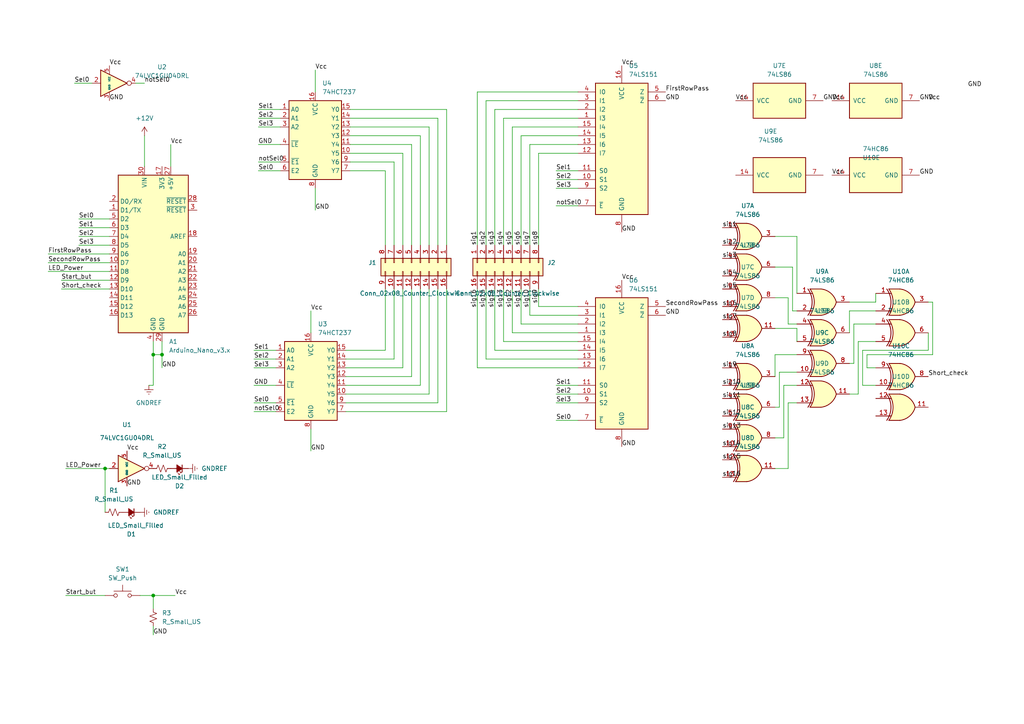
<source format=kicad_sch>
(kicad_sch (version 20211123) (generator eeschema)

  (uuid e63e39d7-6ac0-4ffd-8aa3-1841a4541b55)

  (paper "A4")

  (lib_symbols
    (symbol "74xGxx:74LVC1GU04DRL" (in_bom yes) (on_board yes)
      (property "Reference" "U" (id 0) (at -2.54 5.08 0)
        (effects (font (size 1.27 1.27)))
      )
      (property "Value" "74LVC1GU04DRL" (id 1) (at 8.89 5.08 0)
        (effects (font (size 1.27 1.27)))
      )
      (property "Footprint" "Package_TO_SOT_SMD:SOT-553" (id 2) (at 0 -6.35 0)
        (effects (font (size 1.27 1.27)) hide)
      )
      (property "Datasheet" "http://www.ti.com/lit/ds/symlink/sn74lvc1gu04.pdf" (id 3) (at -1.905 0 0)
        (effects (font (size 1.27 1.27)) hide)
      )
      (property "ki_keywords" "inverter cmos" (id 4) (at 0 0 0)
        (effects (font (size 1.27 1.27)) hide)
      )
      (property "ki_description" "Single Inverter Gate, SOT-553" (id 5) (at 0 0 0)
        (effects (font (size 1.27 1.27)) hide)
      )
      (property "ki_fp_filters" "SOT*553*" (id 6) (at 0 0 0)
        (effects (font (size 1.27 1.27)) hide)
      )
      (symbol "74LVC1GU04DRL_0_1"
        (rectangle (start -2.54 3.81) (end -2.54 -3.81)
          (stroke (width 0.254) (type default) (color 0 0 0 0))
          (fill (type background))
        )
        (polyline
          (pts
            (xy -2.54 -3.81)
            (xy 5.08 0)
            (xy -2.54 3.81)
          )
          (stroke (width 0.254) (type default) (color 0 0 0 0))
          (fill (type background))
        )
        (circle (center 5.715 0) (radius 0.635)
          (stroke (width 0) (type default) (color 0 0 0 0))
          (fill (type none))
        )
      )
      (symbol "74LVC1GU04DRL_1_1"
        (pin no_connect line (at 5.08 0 180) (length 2.54) hide
          (name "NC" (effects (font (size 1.27 1.27))))
          (number "1" (effects (font (size 1.27 1.27))))
        )
        (pin input line (at -5.08 0 0) (length 2.54)
          (name "~" (effects (font (size 1.27 1.27))))
          (number "2" (effects (font (size 1.27 1.27))))
        )
        (pin power_in line (at 0 -5.08 90) (length 2.54)
          (name "GND" (effects (font (size 0.508 0.508))))
          (number "3" (effects (font (size 1.016 1.016))))
        )
        (pin output line (at 7.62 0 180) (length 1.27)
          (name "~" (effects (font (size 1.27 1.27))))
          (number "4" (effects (font (size 1.27 1.27))))
        )
        (pin power_in line (at 0 5.08 270) (length 2.54)
          (name "VCC" (effects (font (size 0.508 0.508))))
          (number "5" (effects (font (size 1.016 1.016))))
        )
      )
    )
    (symbol "74xx:74HC86" (pin_names (offset 1.016)) (in_bom yes) (on_board yes)
      (property "Reference" "U" (id 0) (at 0 1.27 0)
        (effects (font (size 1.27 1.27)))
      )
      (property "Value" "74HC86" (id 1) (at 0 -1.27 0)
        (effects (font (size 1.27 1.27)))
      )
      (property "Footprint" "" (id 2) (at 0 0 0)
        (effects (font (size 1.27 1.27)) hide)
      )
      (property "Datasheet" "http://www.ti.com/lit/gpn/sn74HC86" (id 3) (at 0 0 0)
        (effects (font (size 1.27 1.27)) hide)
      )
      (property "ki_locked" "" (id 4) (at 0 0 0)
        (effects (font (size 1.27 1.27)))
      )
      (property "ki_keywords" "TTL XOR2" (id 5) (at 0 0 0)
        (effects (font (size 1.27 1.27)) hide)
      )
      (property "ki_description" "Quad 2-input XOR" (id 6) (at 0 0 0)
        (effects (font (size 1.27 1.27)) hide)
      )
      (property "ki_fp_filters" "DIP*W7.62mm*" (id 7) (at 0 0 0)
        (effects (font (size 1.27 1.27)) hide)
      )
      (symbol "74HC86_1_0"
        (arc (start -4.4196 -3.81) (mid -3.2033 0) (end -4.4196 3.81)
          (stroke (width 0.254) (type default) (color 0 0 0 0))
          (fill (type none))
        )
        (arc (start -3.81 -3.81) (mid -2.589 0) (end -3.81 3.81)
          (stroke (width 0.254) (type default) (color 0 0 0 0))
          (fill (type none))
        )
        (arc (start -0.6096 -3.81) (mid 2.1842 -2.5851) (end 3.81 0)
          (stroke (width 0.254) (type default) (color 0 0 0 0))
          (fill (type background))
        )
        (polyline
          (pts
            (xy -3.81 -3.81)
            (xy -0.635 -3.81)
          )
          (stroke (width 0.254) (type default) (color 0 0 0 0))
          (fill (type background))
        )
        (polyline
          (pts
            (xy -3.81 3.81)
            (xy -0.635 3.81)
          )
          (stroke (width 0.254) (type default) (color 0 0 0 0))
          (fill (type background))
        )
        (polyline
          (pts
            (xy -0.635 3.81)
            (xy -3.81 3.81)
            (xy -3.81 3.81)
            (xy -3.556 3.4036)
            (xy -3.0226 2.2606)
            (xy -2.6924 1.0414)
            (xy -2.6162 -0.254)
            (xy -2.7686 -1.4986)
            (xy -3.175 -2.7178)
            (xy -3.81 -3.81)
            (xy -3.81 -3.81)
            (xy -0.635 -3.81)
          )
          (stroke (width -25.4) (type default) (color 0 0 0 0))
          (fill (type background))
        )
        (arc (start 3.81 0) (mid 2.1915 2.5936) (end -0.6096 3.81)
          (stroke (width 0.254) (type default) (color 0 0 0 0))
          (fill (type background))
        )
        (pin input line (at -7.62 2.54 0) (length 4.445)
          (name "~" (effects (font (size 1.27 1.27))))
          (number "1" (effects (font (size 1.27 1.27))))
        )
        (pin input line (at -7.62 -2.54 0) (length 4.445)
          (name "~" (effects (font (size 1.27 1.27))))
          (number "2" (effects (font (size 1.27 1.27))))
        )
        (pin output line (at 7.62 0 180) (length 3.81)
          (name "~" (effects (font (size 1.27 1.27))))
          (number "3" (effects (font (size 1.27 1.27))))
        )
      )
      (symbol "74HC86_1_1"
        (polyline
          (pts
            (xy -3.81 -2.54)
            (xy -3.175 -2.54)
          )
          (stroke (width 0.1524) (type default) (color 0 0 0 0))
          (fill (type none))
        )
        (polyline
          (pts
            (xy -3.81 2.54)
            (xy -3.175 2.54)
          )
          (stroke (width 0.1524) (type default) (color 0 0 0 0))
          (fill (type none))
        )
      )
      (symbol "74HC86_2_0"
        (arc (start -4.4196 -3.81) (mid -3.2033 0) (end -4.4196 3.81)
          (stroke (width 0.254) (type default) (color 0 0 0 0))
          (fill (type none))
        )
        (arc (start -3.81 -3.81) (mid -2.589 0) (end -3.81 3.81)
          (stroke (width 0.254) (type default) (color 0 0 0 0))
          (fill (type none))
        )
        (arc (start -0.6096 -3.81) (mid 2.1842 -2.5851) (end 3.81 0)
          (stroke (width 0.254) (type default) (color 0 0 0 0))
          (fill (type background))
        )
        (polyline
          (pts
            (xy -3.81 -3.81)
            (xy -0.635 -3.81)
          )
          (stroke (width 0.254) (type default) (color 0 0 0 0))
          (fill (type background))
        )
        (polyline
          (pts
            (xy -3.81 3.81)
            (xy -0.635 3.81)
          )
          (stroke (width 0.254) (type default) (color 0 0 0 0))
          (fill (type background))
        )
        (polyline
          (pts
            (xy -0.635 3.81)
            (xy -3.81 3.81)
            (xy -3.81 3.81)
            (xy -3.556 3.4036)
            (xy -3.0226 2.2606)
            (xy -2.6924 1.0414)
            (xy -2.6162 -0.254)
            (xy -2.7686 -1.4986)
            (xy -3.175 -2.7178)
            (xy -3.81 -3.81)
            (xy -3.81 -3.81)
            (xy -0.635 -3.81)
          )
          (stroke (width -25.4) (type default) (color 0 0 0 0))
          (fill (type background))
        )
        (arc (start 3.81 0) (mid 2.1915 2.5936) (end -0.6096 3.81)
          (stroke (width 0.254) (type default) (color 0 0 0 0))
          (fill (type background))
        )
        (pin input line (at -7.62 2.54 0) (length 4.445)
          (name "~" (effects (font (size 1.27 1.27))))
          (number "4" (effects (font (size 1.27 1.27))))
        )
        (pin input line (at -7.62 -2.54 0) (length 4.445)
          (name "~" (effects (font (size 1.27 1.27))))
          (number "5" (effects (font (size 1.27 1.27))))
        )
        (pin output line (at 7.62 0 180) (length 3.81)
          (name "~" (effects (font (size 1.27 1.27))))
          (number "6" (effects (font (size 1.27 1.27))))
        )
      )
      (symbol "74HC86_2_1"
        (polyline
          (pts
            (xy -3.81 -2.54)
            (xy -3.175 -2.54)
          )
          (stroke (width 0.1524) (type default) (color 0 0 0 0))
          (fill (type none))
        )
        (polyline
          (pts
            (xy -3.81 2.54)
            (xy -3.175 2.54)
          )
          (stroke (width 0.1524) (type default) (color 0 0 0 0))
          (fill (type none))
        )
      )
      (symbol "74HC86_3_0"
        (arc (start -4.4196 -3.81) (mid -3.2033 0) (end -4.4196 3.81)
          (stroke (width 0.254) (type default) (color 0 0 0 0))
          (fill (type none))
        )
        (arc (start -3.81 -3.81) (mid -2.589 0) (end -3.81 3.81)
          (stroke (width 0.254) (type default) (color 0 0 0 0))
          (fill (type none))
        )
        (arc (start -0.6096 -3.81) (mid 2.1842 -2.5851) (end 3.81 0)
          (stroke (width 0.254) (type default) (color 0 0 0 0))
          (fill (type background))
        )
        (polyline
          (pts
            (xy -3.81 -3.81)
            (xy -0.635 -3.81)
          )
          (stroke (width 0.254) (type default) (color 0 0 0 0))
          (fill (type background))
        )
        (polyline
          (pts
            (xy -3.81 3.81)
            (xy -0.635 3.81)
          )
          (stroke (width 0.254) (type default) (color 0 0 0 0))
          (fill (type background))
        )
        (polyline
          (pts
            (xy -0.635 3.81)
            (xy -3.81 3.81)
            (xy -3.81 3.81)
            (xy -3.556 3.4036)
            (xy -3.0226 2.2606)
            (xy -2.6924 1.0414)
            (xy -2.6162 -0.254)
            (xy -2.7686 -1.4986)
            (xy -3.175 -2.7178)
            (xy -3.81 -3.81)
            (xy -3.81 -3.81)
            (xy -0.635 -3.81)
          )
          (stroke (width -25.4) (type default) (color 0 0 0 0))
          (fill (type background))
        )
        (arc (start 3.81 0) (mid 2.1915 2.5936) (end -0.6096 3.81)
          (stroke (width 0.254) (type default) (color 0 0 0 0))
          (fill (type background))
        )
        (pin input line (at -7.62 -2.54 0) (length 4.445)
          (name "~" (effects (font (size 1.27 1.27))))
          (number "10" (effects (font (size 1.27 1.27))))
        )
        (pin output line (at 7.62 0 180) (length 3.81)
          (name "~" (effects (font (size 1.27 1.27))))
          (number "8" (effects (font (size 1.27 1.27))))
        )
        (pin input line (at -7.62 2.54 0) (length 4.445)
          (name "~" (effects (font (size 1.27 1.27))))
          (number "9" (effects (font (size 1.27 1.27))))
        )
      )
      (symbol "74HC86_3_1"
        (polyline
          (pts
            (xy -3.81 -2.54)
            (xy -3.175 -2.54)
          )
          (stroke (width 0.1524) (type default) (color 0 0 0 0))
          (fill (type none))
        )
        (polyline
          (pts
            (xy -3.81 2.54)
            (xy -3.175 2.54)
          )
          (stroke (width 0.1524) (type default) (color 0 0 0 0))
          (fill (type none))
        )
      )
      (symbol "74HC86_4_0"
        (arc (start -4.4196 -3.81) (mid -3.2033 0) (end -4.4196 3.81)
          (stroke (width 0.254) (type default) (color 0 0 0 0))
          (fill (type none))
        )
        (arc (start -3.81 -3.81) (mid -2.589 0) (end -3.81 3.81)
          (stroke (width 0.254) (type default) (color 0 0 0 0))
          (fill (type none))
        )
        (arc (start -0.6096 -3.81) (mid 2.1842 -2.5851) (end 3.81 0)
          (stroke (width 0.254) (type default) (color 0 0 0 0))
          (fill (type background))
        )
        (polyline
          (pts
            (xy -3.81 -3.81)
            (xy -0.635 -3.81)
          )
          (stroke (width 0.254) (type default) (color 0 0 0 0))
          (fill (type background))
        )
        (polyline
          (pts
            (xy -3.81 3.81)
            (xy -0.635 3.81)
          )
          (stroke (width 0.254) (type default) (color 0 0 0 0))
          (fill (type background))
        )
        (polyline
          (pts
            (xy -0.635 3.81)
            (xy -3.81 3.81)
            (xy -3.81 3.81)
            (xy -3.556 3.4036)
            (xy -3.0226 2.2606)
            (xy -2.6924 1.0414)
            (xy -2.6162 -0.254)
            (xy -2.7686 -1.4986)
            (xy -3.175 -2.7178)
            (xy -3.81 -3.81)
            (xy -3.81 -3.81)
            (xy -0.635 -3.81)
          )
          (stroke (width -25.4) (type default) (color 0 0 0 0))
          (fill (type background))
        )
        (arc (start 3.81 0) (mid 2.1915 2.5936) (end -0.6096 3.81)
          (stroke (width 0.254) (type default) (color 0 0 0 0))
          (fill (type background))
        )
        (pin output line (at 7.62 0 180) (length 3.81)
          (name "~" (effects (font (size 1.27 1.27))))
          (number "11" (effects (font (size 1.27 1.27))))
        )
        (pin input line (at -7.62 2.54 0) (length 4.445)
          (name "~" (effects (font (size 1.27 1.27))))
          (number "12" (effects (font (size 1.27 1.27))))
        )
        (pin input line (at -7.62 -2.54 0) (length 4.445)
          (name "~" (effects (font (size 1.27 1.27))))
          (number "13" (effects (font (size 1.27 1.27))))
        )
      )
      (symbol "74HC86_4_1"
        (polyline
          (pts
            (xy -3.81 -2.54)
            (xy -3.175 -2.54)
          )
          (stroke (width 0.1524) (type default) (color 0 0 0 0))
          (fill (type none))
        )
        (polyline
          (pts
            (xy -3.81 2.54)
            (xy -3.175 2.54)
          )
          (stroke (width 0.1524) (type default) (color 0 0 0 0))
          (fill (type none))
        )
      )
      (symbol "74HC86_5_0"
        (pin power_in line (at 0 12.7 270) (length 5.08)
          (name "VCC" (effects (font (size 1.27 1.27))))
          (number "14" (effects (font (size 1.27 1.27))))
        )
        (pin power_in line (at 0 -12.7 90) (length 5.08)
          (name "GND" (effects (font (size 1.27 1.27))))
          (number "7" (effects (font (size 1.27 1.27))))
        )
      )
      (symbol "74HC86_5_1"
        (rectangle (start -5.08 7.62) (end 5.08 -7.62)
          (stroke (width 0.254) (type default) (color 0 0 0 0))
          (fill (type background))
        )
      )
    )
    (symbol "74xx:74HCT237" (in_bom yes) (on_board yes)
      (property "Reference" "U" (id 0) (at -7.62 13.97 0)
        (effects (font (size 1.27 1.27)) (justify left bottom))
      )
      (property "Value" "74HCT237" (id 1) (at 2.54 -11.43 0)
        (effects (font (size 1.27 1.27)) (justify left top))
      )
      (property "Footprint" "" (id 2) (at 0 0 0)
        (effects (font (size 1.27 1.27)) hide)
      )
      (property "Datasheet" "http://www.ti.com/lit/ds/symlink/cd74hc237.pdf" (id 3) (at 0 0 0)
        (effects (font (size 1.27 1.27)) hide)
      )
      (property "ki_keywords" "demux" (id 4) (at 0 0 0)
        (effects (font (size 1.27 1.27)) hide)
      )
      (property "ki_description" "3-to-8 line decoder/multiplexer with address latches, DIP-16/SOIC-16/SSOP-16" (id 5) (at 0 0 0)
        (effects (font (size 1.27 1.27)) hide)
      )
      (property "ki_fp_filters" "DIP*W7.62mm* SOIC*3.9x9.9mm*P1.27mm* SSOP*5.3x6.2mm*P0.65mm*" (id 6) (at 0 0 0)
        (effects (font (size 1.27 1.27)) hide)
      )
      (symbol "74HCT237_0_1"
        (rectangle (start -7.62 12.7) (end 7.62 -10.16)
          (stroke (width 0.254) (type default) (color 0 0 0 0))
          (fill (type background))
        )
      )
      (symbol "74HCT237_1_1"
        (pin input line (at -10.16 10.16 0) (length 2.54)
          (name "A0" (effects (font (size 1.27 1.27))))
          (number "1" (effects (font (size 1.27 1.27))))
        )
        (pin output line (at 10.16 -2.54 180) (length 2.54)
          (name "Y5" (effects (font (size 1.27 1.27))))
          (number "10" (effects (font (size 1.27 1.27))))
        )
        (pin output line (at 10.16 0 180) (length 2.54)
          (name "Y4" (effects (font (size 1.27 1.27))))
          (number "11" (effects (font (size 1.27 1.27))))
        )
        (pin output line (at 10.16 2.54 180) (length 2.54)
          (name "Y3" (effects (font (size 1.27 1.27))))
          (number "12" (effects (font (size 1.27 1.27))))
        )
        (pin output line (at 10.16 5.08 180) (length 2.54)
          (name "Y2" (effects (font (size 1.27 1.27))))
          (number "13" (effects (font (size 1.27 1.27))))
        )
        (pin output line (at 10.16 7.62 180) (length 2.54)
          (name "Y1" (effects (font (size 1.27 1.27))))
          (number "14" (effects (font (size 1.27 1.27))))
        )
        (pin output line (at 10.16 10.16 180) (length 2.54)
          (name "Y0" (effects (font (size 1.27 1.27))))
          (number "15" (effects (font (size 1.27 1.27))))
        )
        (pin power_in line (at 0 15.24 270) (length 2.54)
          (name "VCC" (effects (font (size 1.27 1.27))))
          (number "16" (effects (font (size 1.27 1.27))))
        )
        (pin input line (at -10.16 7.62 0) (length 2.54)
          (name "A1" (effects (font (size 1.27 1.27))))
          (number "2" (effects (font (size 1.27 1.27))))
        )
        (pin input line (at -10.16 5.08 0) (length 2.54)
          (name "A2" (effects (font (size 1.27 1.27))))
          (number "3" (effects (font (size 1.27 1.27))))
        )
        (pin input line (at -10.16 0 0) (length 2.54)
          (name "~{LE}" (effects (font (size 1.27 1.27))))
          (number "4" (effects (font (size 1.27 1.27))))
        )
        (pin input line (at -10.16 -5.08 0) (length 2.54)
          (name "~{E1}" (effects (font (size 1.27 1.27))))
          (number "5" (effects (font (size 1.27 1.27))))
        )
        (pin input line (at -10.16 -7.62 0) (length 2.54)
          (name "E2" (effects (font (size 1.27 1.27))))
          (number "6" (effects (font (size 1.27 1.27))))
        )
        (pin output line (at 10.16 -7.62 180) (length 2.54)
          (name "Y7" (effects (font (size 1.27 1.27))))
          (number "7" (effects (font (size 1.27 1.27))))
        )
        (pin power_in line (at 0 -12.7 90) (length 2.54)
          (name "GND" (effects (font (size 1.27 1.27))))
          (number "8" (effects (font (size 1.27 1.27))))
        )
        (pin output line (at 10.16 -5.08 180) (length 2.54)
          (name "Y6" (effects (font (size 1.27 1.27))))
          (number "9" (effects (font (size 1.27 1.27))))
        )
      )
    )
    (symbol "74xx:74LS151" (pin_names (offset 1.016)) (in_bom yes) (on_board yes)
      (property "Reference" "U" (id 0) (at -7.62 19.05 0)
        (effects (font (size 1.27 1.27)))
      )
      (property "Value" "74LS151" (id 1) (at -7.62 -21.59 0)
        (effects (font (size 1.27 1.27)))
      )
      (property "Footprint" "" (id 2) (at 0 0 0)
        (effects (font (size 1.27 1.27)) hide)
      )
      (property "Datasheet" "http://www.ti.com/lit/gpn/sn74LS151" (id 3) (at 0 0 0)
        (effects (font (size 1.27 1.27)) hide)
      )
      (property "ki_locked" "" (id 4) (at 0 0 0)
        (effects (font (size 1.27 1.27)))
      )
      (property "ki_keywords" "TTL MUX8" (id 5) (at 0 0 0)
        (effects (font (size 1.27 1.27)) hide)
      )
      (property "ki_description" "Multiplexer 8 to 1" (id 6) (at 0 0 0)
        (effects (font (size 1.27 1.27)) hide)
      )
      (property "ki_fp_filters" "DIP?16*" (id 7) (at 0 0 0)
        (effects (font (size 1.27 1.27)) hide)
      )
      (symbol "74LS151_1_0"
        (pin input line (at -12.7 7.62 0) (length 5.08)
          (name "I3" (effects (font (size 1.27 1.27))))
          (number "1" (effects (font (size 1.27 1.27))))
        )
        (pin input line (at -12.7 -10.16 0) (length 5.08)
          (name "S1" (effects (font (size 1.27 1.27))))
          (number "10" (effects (font (size 1.27 1.27))))
        )
        (pin input line (at -12.7 -7.62 0) (length 5.08)
          (name "S0" (effects (font (size 1.27 1.27))))
          (number "11" (effects (font (size 1.27 1.27))))
        )
        (pin input line (at -12.7 -2.54 0) (length 5.08)
          (name "I7" (effects (font (size 1.27 1.27))))
          (number "12" (effects (font (size 1.27 1.27))))
        )
        (pin input line (at -12.7 0 0) (length 5.08)
          (name "I6" (effects (font (size 1.27 1.27))))
          (number "13" (effects (font (size 1.27 1.27))))
        )
        (pin input line (at -12.7 2.54 0) (length 5.08)
          (name "I5" (effects (font (size 1.27 1.27))))
          (number "14" (effects (font (size 1.27 1.27))))
        )
        (pin input line (at -12.7 5.08 0) (length 5.08)
          (name "I4" (effects (font (size 1.27 1.27))))
          (number "15" (effects (font (size 1.27 1.27))))
        )
        (pin power_in line (at 0 22.86 270) (length 5.08)
          (name "VCC" (effects (font (size 1.27 1.27))))
          (number "16" (effects (font (size 1.27 1.27))))
        )
        (pin input line (at -12.7 10.16 0) (length 5.08)
          (name "I2" (effects (font (size 1.27 1.27))))
          (number "2" (effects (font (size 1.27 1.27))))
        )
        (pin input line (at -12.7 12.7 0) (length 5.08)
          (name "I1" (effects (font (size 1.27 1.27))))
          (number "3" (effects (font (size 1.27 1.27))))
        )
        (pin input line (at -12.7 15.24 0) (length 5.08)
          (name "I0" (effects (font (size 1.27 1.27))))
          (number "4" (effects (font (size 1.27 1.27))))
        )
        (pin output line (at 12.7 15.24 180) (length 5.08)
          (name "Z" (effects (font (size 1.27 1.27))))
          (number "5" (effects (font (size 1.27 1.27))))
        )
        (pin output line (at 12.7 12.7 180) (length 5.08)
          (name "~{Z}" (effects (font (size 1.27 1.27))))
          (number "6" (effects (font (size 1.27 1.27))))
        )
        (pin input line (at -12.7 -17.78 0) (length 5.08)
          (name "~{E}" (effects (font (size 1.27 1.27))))
          (number "7" (effects (font (size 1.27 1.27))))
        )
        (pin power_in line (at 0 -25.4 90) (length 5.08)
          (name "GND" (effects (font (size 1.27 1.27))))
          (number "8" (effects (font (size 1.27 1.27))))
        )
        (pin input line (at -12.7 -12.7 0) (length 5.08)
          (name "S2" (effects (font (size 1.27 1.27))))
          (number "9" (effects (font (size 1.27 1.27))))
        )
      )
      (symbol "74LS151_1_1"
        (rectangle (start -7.62 17.78) (end 7.62 -20.32)
          (stroke (width 0.254) (type default) (color 0 0 0 0))
          (fill (type background))
        )
      )
    )
    (symbol "74xx:74LS86" (pin_names (offset 1.016)) (in_bom yes) (on_board yes)
      (property "Reference" "U" (id 0) (at 0 1.27 0)
        (effects (font (size 1.27 1.27)))
      )
      (property "Value" "74LS86" (id 1) (at 0 -1.27 0)
        (effects (font (size 1.27 1.27)))
      )
      (property "Footprint" "" (id 2) (at 0 0 0)
        (effects (font (size 1.27 1.27)) hide)
      )
      (property "Datasheet" "74xx/74ls86.pdf" (id 3) (at 0 0 0)
        (effects (font (size 1.27 1.27)) hide)
      )
      (property "ki_locked" "" (id 4) (at 0 0 0)
        (effects (font (size 1.27 1.27)))
      )
      (property "ki_keywords" "TTL XOR2" (id 5) (at 0 0 0)
        (effects (font (size 1.27 1.27)) hide)
      )
      (property "ki_description" "Quad 2-input XOR" (id 6) (at 0 0 0)
        (effects (font (size 1.27 1.27)) hide)
      )
      (property "ki_fp_filters" "DIP*W7.62mm*" (id 7) (at 0 0 0)
        (effects (font (size 1.27 1.27)) hide)
      )
      (symbol "74LS86_1_0"
        (arc (start -4.4196 -3.81) (mid -3.2033 0) (end -4.4196 3.81)
          (stroke (width 0.254) (type default) (color 0 0 0 0))
          (fill (type none))
        )
        (arc (start -3.81 -3.81) (mid -2.589 0) (end -3.81 3.81)
          (stroke (width 0.254) (type default) (color 0 0 0 0))
          (fill (type none))
        )
        (arc (start -0.6096 -3.81) (mid 2.1842 -2.5851) (end 3.81 0)
          (stroke (width 0.254) (type default) (color 0 0 0 0))
          (fill (type background))
        )
        (polyline
          (pts
            (xy -3.81 -3.81)
            (xy -0.635 -3.81)
          )
          (stroke (width 0.254) (type default) (color 0 0 0 0))
          (fill (type background))
        )
        (polyline
          (pts
            (xy -3.81 3.81)
            (xy -0.635 3.81)
          )
          (stroke (width 0.254) (type default) (color 0 0 0 0))
          (fill (type background))
        )
        (polyline
          (pts
            (xy -0.635 3.81)
            (xy -3.81 3.81)
            (xy -3.81 3.81)
            (xy -3.556 3.4036)
            (xy -3.0226 2.2606)
            (xy -2.6924 1.0414)
            (xy -2.6162 -0.254)
            (xy -2.7686 -1.4986)
            (xy -3.175 -2.7178)
            (xy -3.81 -3.81)
            (xy -3.81 -3.81)
            (xy -0.635 -3.81)
          )
          (stroke (width -25.4) (type default) (color 0 0 0 0))
          (fill (type background))
        )
        (arc (start 3.81 0) (mid 2.1915 2.5936) (end -0.6096 3.81)
          (stroke (width 0.254) (type default) (color 0 0 0 0))
          (fill (type background))
        )
        (pin input line (at -7.62 2.54 0) (length 4.445)
          (name "~" (effects (font (size 1.27 1.27))))
          (number "1" (effects (font (size 1.27 1.27))))
        )
        (pin input line (at -7.62 -2.54 0) (length 4.445)
          (name "~" (effects (font (size 1.27 1.27))))
          (number "2" (effects (font (size 1.27 1.27))))
        )
        (pin output line (at 7.62 0 180) (length 3.81)
          (name "~" (effects (font (size 1.27 1.27))))
          (number "3" (effects (font (size 1.27 1.27))))
        )
      )
      (symbol "74LS86_1_1"
        (polyline
          (pts
            (xy -3.81 -2.54)
            (xy -3.175 -2.54)
          )
          (stroke (width 0.1524) (type default) (color 0 0 0 0))
          (fill (type none))
        )
        (polyline
          (pts
            (xy -3.81 2.54)
            (xy -3.175 2.54)
          )
          (stroke (width 0.1524) (type default) (color 0 0 0 0))
          (fill (type none))
        )
      )
      (symbol "74LS86_2_0"
        (arc (start -4.4196 -3.81) (mid -3.2033 0) (end -4.4196 3.81)
          (stroke (width 0.254) (type default) (color 0 0 0 0))
          (fill (type none))
        )
        (arc (start -3.81 -3.81) (mid -2.589 0) (end -3.81 3.81)
          (stroke (width 0.254) (type default) (color 0 0 0 0))
          (fill (type none))
        )
        (arc (start -0.6096 -3.81) (mid 2.1842 -2.5851) (end 3.81 0)
          (stroke (width 0.254) (type default) (color 0 0 0 0))
          (fill (type background))
        )
        (polyline
          (pts
            (xy -3.81 -3.81)
            (xy -0.635 -3.81)
          )
          (stroke (width 0.254) (type default) (color 0 0 0 0))
          (fill (type background))
        )
        (polyline
          (pts
            (xy -3.81 3.81)
            (xy -0.635 3.81)
          )
          (stroke (width 0.254) (type default) (color 0 0 0 0))
          (fill (type background))
        )
        (polyline
          (pts
            (xy -0.635 3.81)
            (xy -3.81 3.81)
            (xy -3.81 3.81)
            (xy -3.556 3.4036)
            (xy -3.0226 2.2606)
            (xy -2.6924 1.0414)
            (xy -2.6162 -0.254)
            (xy -2.7686 -1.4986)
            (xy -3.175 -2.7178)
            (xy -3.81 -3.81)
            (xy -3.81 -3.81)
            (xy -0.635 -3.81)
          )
          (stroke (width -25.4) (type default) (color 0 0 0 0))
          (fill (type background))
        )
        (arc (start 3.81 0) (mid 2.1915 2.5936) (end -0.6096 3.81)
          (stroke (width 0.254) (type default) (color 0 0 0 0))
          (fill (type background))
        )
        (pin input line (at -7.62 2.54 0) (length 4.445)
          (name "~" (effects (font (size 1.27 1.27))))
          (number "4" (effects (font (size 1.27 1.27))))
        )
        (pin input line (at -7.62 -2.54 0) (length 4.445)
          (name "~" (effects (font (size 1.27 1.27))))
          (number "5" (effects (font (size 1.27 1.27))))
        )
        (pin output line (at 7.62 0 180) (length 3.81)
          (name "~" (effects (font (size 1.27 1.27))))
          (number "6" (effects (font (size 1.27 1.27))))
        )
      )
      (symbol "74LS86_2_1"
        (polyline
          (pts
            (xy -3.81 -2.54)
            (xy -3.175 -2.54)
          )
          (stroke (width 0.1524) (type default) (color 0 0 0 0))
          (fill (type none))
        )
        (polyline
          (pts
            (xy -3.81 2.54)
            (xy -3.175 2.54)
          )
          (stroke (width 0.1524) (type default) (color 0 0 0 0))
          (fill (type none))
        )
      )
      (symbol "74LS86_3_0"
        (arc (start -4.4196 -3.81) (mid -3.2033 0) (end -4.4196 3.81)
          (stroke (width 0.254) (type default) (color 0 0 0 0))
          (fill (type none))
        )
        (arc (start -3.81 -3.81) (mid -2.589 0) (end -3.81 3.81)
          (stroke (width 0.254) (type default) (color 0 0 0 0))
          (fill (type none))
        )
        (arc (start -0.6096 -3.81) (mid 2.1842 -2.5851) (end 3.81 0)
          (stroke (width 0.254) (type default) (color 0 0 0 0))
          (fill (type background))
        )
        (polyline
          (pts
            (xy -3.81 -3.81)
            (xy -0.635 -3.81)
          )
          (stroke (width 0.254) (type default) (color 0 0 0 0))
          (fill (type background))
        )
        (polyline
          (pts
            (xy -3.81 3.81)
            (xy -0.635 3.81)
          )
          (stroke (width 0.254) (type default) (color 0 0 0 0))
          (fill (type background))
        )
        (polyline
          (pts
            (xy -0.635 3.81)
            (xy -3.81 3.81)
            (xy -3.81 3.81)
            (xy -3.556 3.4036)
            (xy -3.0226 2.2606)
            (xy -2.6924 1.0414)
            (xy -2.6162 -0.254)
            (xy -2.7686 -1.4986)
            (xy -3.175 -2.7178)
            (xy -3.81 -3.81)
            (xy -3.81 -3.81)
            (xy -0.635 -3.81)
          )
          (stroke (width -25.4) (type default) (color 0 0 0 0))
          (fill (type background))
        )
        (arc (start 3.81 0) (mid 2.1915 2.5936) (end -0.6096 3.81)
          (stroke (width 0.254) (type default) (color 0 0 0 0))
          (fill (type background))
        )
        (pin input line (at -7.62 -2.54 0) (length 4.445)
          (name "~" (effects (font (size 1.27 1.27))))
          (number "10" (effects (font (size 1.27 1.27))))
        )
        (pin output line (at 7.62 0 180) (length 3.81)
          (name "~" (effects (font (size 1.27 1.27))))
          (number "8" (effects (font (size 1.27 1.27))))
        )
        (pin input line (at -7.62 2.54 0) (length 4.445)
          (name "~" (effects (font (size 1.27 1.27))))
          (number "9" (effects (font (size 1.27 1.27))))
        )
      )
      (symbol "74LS86_3_1"
        (polyline
          (pts
            (xy -3.81 -2.54)
            (xy -3.175 -2.54)
          )
          (stroke (width 0.1524) (type default) (color 0 0 0 0))
          (fill (type none))
        )
        (polyline
          (pts
            (xy -3.81 2.54)
            (xy -3.175 2.54)
          )
          (stroke (width 0.1524) (type default) (color 0 0 0 0))
          (fill (type none))
        )
      )
      (symbol "74LS86_4_0"
        (arc (start -4.4196 -3.81) (mid -3.2033 0) (end -4.4196 3.81)
          (stroke (width 0.254) (type default) (color 0 0 0 0))
          (fill (type none))
        )
        (arc (start -3.81 -3.81) (mid -2.589 0) (end -3.81 3.81)
          (stroke (width 0.254) (type default) (color 0 0 0 0))
          (fill (type none))
        )
        (arc (start -0.6096 -3.81) (mid 2.1842 -2.5851) (end 3.81 0)
          (stroke (width 0.254) (type default) (color 0 0 0 0))
          (fill (type background))
        )
        (polyline
          (pts
            (xy -3.81 -3.81)
            (xy -0.635 -3.81)
          )
          (stroke (width 0.254) (type default) (color 0 0 0 0))
          (fill (type background))
        )
        (polyline
          (pts
            (xy -3.81 3.81)
            (xy -0.635 3.81)
          )
          (stroke (width 0.254) (type default) (color 0 0 0 0))
          (fill (type background))
        )
        (polyline
          (pts
            (xy -0.635 3.81)
            (xy -3.81 3.81)
            (xy -3.81 3.81)
            (xy -3.556 3.4036)
            (xy -3.0226 2.2606)
            (xy -2.6924 1.0414)
            (xy -2.6162 -0.254)
            (xy -2.7686 -1.4986)
            (xy -3.175 -2.7178)
            (xy -3.81 -3.81)
            (xy -3.81 -3.81)
            (xy -0.635 -3.81)
          )
          (stroke (width -25.4) (type default) (color 0 0 0 0))
          (fill (type background))
        )
        (arc (start 3.81 0) (mid 2.1915 2.5936) (end -0.6096 3.81)
          (stroke (width 0.254) (type default) (color 0 0 0 0))
          (fill (type background))
        )
        (pin output line (at 7.62 0 180) (length 3.81)
          (name "~" (effects (font (size 1.27 1.27))))
          (number "11" (effects (font (size 1.27 1.27))))
        )
        (pin input line (at -7.62 2.54 0) (length 4.445)
          (name "~" (effects (font (size 1.27 1.27))))
          (number "12" (effects (font (size 1.27 1.27))))
        )
        (pin input line (at -7.62 -2.54 0) (length 4.445)
          (name "~" (effects (font (size 1.27 1.27))))
          (number "13" (effects (font (size 1.27 1.27))))
        )
      )
      (symbol "74LS86_4_1"
        (polyline
          (pts
            (xy -3.81 -2.54)
            (xy -3.175 -2.54)
          )
          (stroke (width 0.1524) (type default) (color 0 0 0 0))
          (fill (type none))
        )
        (polyline
          (pts
            (xy -3.81 2.54)
            (xy -3.175 2.54)
          )
          (stroke (width 0.1524) (type default) (color 0 0 0 0))
          (fill (type none))
        )
      )
      (symbol "74LS86_5_0"
        (pin power_in line (at 0 12.7 270) (length 5.08)
          (name "VCC" (effects (font (size 1.27 1.27))))
          (number "14" (effects (font (size 1.27 1.27))))
        )
        (pin power_in line (at 0 -12.7 90) (length 5.08)
          (name "GND" (effects (font (size 1.27 1.27))))
          (number "7" (effects (font (size 1.27 1.27))))
        )
      )
      (symbol "74LS86_5_1"
        (rectangle (start -5.08 7.62) (end 5.08 -7.62)
          (stroke (width 0.254) (type default) (color 0 0 0 0))
          (fill (type background))
        )
      )
    )
    (symbol "Connector_Generic:Conn_02x08_Counter_Clockwise" (pin_names (offset 1.016) hide) (in_bom yes) (on_board yes)
      (property "Reference" "J" (id 0) (at 1.27 10.16 0)
        (effects (font (size 1.27 1.27)))
      )
      (property "Value" "Conn_02x08_Counter_Clockwise" (id 1) (at 1.27 -12.7 0)
        (effects (font (size 1.27 1.27)))
      )
      (property "Footprint" "" (id 2) (at 0 0 0)
        (effects (font (size 1.27 1.27)) hide)
      )
      (property "Datasheet" "~" (id 3) (at 0 0 0)
        (effects (font (size 1.27 1.27)) hide)
      )
      (property "ki_keywords" "connector" (id 4) (at 0 0 0)
        (effects (font (size 1.27 1.27)) hide)
      )
      (property "ki_description" "Generic connector, double row, 02x08, counter clockwise pin numbering scheme (similar to DIP packge numbering), script generated (kicad-library-utils/schlib/autogen/connector/)" (id 5) (at 0 0 0)
        (effects (font (size 1.27 1.27)) hide)
      )
      (property "ki_fp_filters" "Connector*:*_2x??_*" (id 6) (at 0 0 0)
        (effects (font (size 1.27 1.27)) hide)
      )
      (symbol "Conn_02x08_Counter_Clockwise_1_1"
        (rectangle (start -1.27 -10.033) (end 0 -10.287)
          (stroke (width 0.1524) (type default) (color 0 0 0 0))
          (fill (type none))
        )
        (rectangle (start -1.27 -7.493) (end 0 -7.747)
          (stroke (width 0.1524) (type default) (color 0 0 0 0))
          (fill (type none))
        )
        (rectangle (start -1.27 -4.953) (end 0 -5.207)
          (stroke (width 0.1524) (type default) (color 0 0 0 0))
          (fill (type none))
        )
        (rectangle (start -1.27 -2.413) (end 0 -2.667)
          (stroke (width 0.1524) (type default) (color 0 0 0 0))
          (fill (type none))
        )
        (rectangle (start -1.27 0.127) (end 0 -0.127)
          (stroke (width 0.1524) (type default) (color 0 0 0 0))
          (fill (type none))
        )
        (rectangle (start -1.27 2.667) (end 0 2.413)
          (stroke (width 0.1524) (type default) (color 0 0 0 0))
          (fill (type none))
        )
        (rectangle (start -1.27 5.207) (end 0 4.953)
          (stroke (width 0.1524) (type default) (color 0 0 0 0))
          (fill (type none))
        )
        (rectangle (start -1.27 7.747) (end 0 7.493)
          (stroke (width 0.1524) (type default) (color 0 0 0 0))
          (fill (type none))
        )
        (rectangle (start -1.27 8.89) (end 3.81 -11.43)
          (stroke (width 0.254) (type default) (color 0 0 0 0))
          (fill (type background))
        )
        (rectangle (start 3.81 -10.033) (end 2.54 -10.287)
          (stroke (width 0.1524) (type default) (color 0 0 0 0))
          (fill (type none))
        )
        (rectangle (start 3.81 -7.493) (end 2.54 -7.747)
          (stroke (width 0.1524) (type default) (color 0 0 0 0))
          (fill (type none))
        )
        (rectangle (start 3.81 -4.953) (end 2.54 -5.207)
          (stroke (width 0.1524) (type default) (color 0 0 0 0))
          (fill (type none))
        )
        (rectangle (start 3.81 -2.413) (end 2.54 -2.667)
          (stroke (width 0.1524) (type default) (color 0 0 0 0))
          (fill (type none))
        )
        (rectangle (start 3.81 0.127) (end 2.54 -0.127)
          (stroke (width 0.1524) (type default) (color 0 0 0 0))
          (fill (type none))
        )
        (rectangle (start 3.81 2.667) (end 2.54 2.413)
          (stroke (width 0.1524) (type default) (color 0 0 0 0))
          (fill (type none))
        )
        (rectangle (start 3.81 5.207) (end 2.54 4.953)
          (stroke (width 0.1524) (type default) (color 0 0 0 0))
          (fill (type none))
        )
        (rectangle (start 3.81 7.747) (end 2.54 7.493)
          (stroke (width 0.1524) (type default) (color 0 0 0 0))
          (fill (type none))
        )
        (pin passive line (at -5.08 7.62 0) (length 3.81)
          (name "Pin_1" (effects (font (size 1.27 1.27))))
          (number "1" (effects (font (size 1.27 1.27))))
        )
        (pin passive line (at 7.62 -7.62 180) (length 3.81)
          (name "Pin_10" (effects (font (size 1.27 1.27))))
          (number "10" (effects (font (size 1.27 1.27))))
        )
        (pin passive line (at 7.62 -5.08 180) (length 3.81)
          (name "Pin_11" (effects (font (size 1.27 1.27))))
          (number "11" (effects (font (size 1.27 1.27))))
        )
        (pin passive line (at 7.62 -2.54 180) (length 3.81)
          (name "Pin_12" (effects (font (size 1.27 1.27))))
          (number "12" (effects (font (size 1.27 1.27))))
        )
        (pin passive line (at 7.62 0 180) (length 3.81)
          (name "Pin_13" (effects (font (size 1.27 1.27))))
          (number "13" (effects (font (size 1.27 1.27))))
        )
        (pin passive line (at 7.62 2.54 180) (length 3.81)
          (name "Pin_14" (effects (font (size 1.27 1.27))))
          (number "14" (effects (font (size 1.27 1.27))))
        )
        (pin passive line (at 7.62 5.08 180) (length 3.81)
          (name "Pin_15" (effects (font (size 1.27 1.27))))
          (number "15" (effects (font (size 1.27 1.27))))
        )
        (pin passive line (at 7.62 7.62 180) (length 3.81)
          (name "Pin_16" (effects (font (size 1.27 1.27))))
          (number "16" (effects (font (size 1.27 1.27))))
        )
        (pin passive line (at -5.08 5.08 0) (length 3.81)
          (name "Pin_2" (effects (font (size 1.27 1.27))))
          (number "2" (effects (font (size 1.27 1.27))))
        )
        (pin passive line (at -5.08 2.54 0) (length 3.81)
          (name "Pin_3" (effects (font (size 1.27 1.27))))
          (number "3" (effects (font (size 1.27 1.27))))
        )
        (pin passive line (at -5.08 0 0) (length 3.81)
          (name "Pin_4" (effects (font (size 1.27 1.27))))
          (number "4" (effects (font (size 1.27 1.27))))
        )
        (pin passive line (at -5.08 -2.54 0) (length 3.81)
          (name "Pin_5" (effects (font (size 1.27 1.27))))
          (number "5" (effects (font (size 1.27 1.27))))
        )
        (pin passive line (at -5.08 -5.08 0) (length 3.81)
          (name "Pin_6" (effects (font (size 1.27 1.27))))
          (number "6" (effects (font (size 1.27 1.27))))
        )
        (pin passive line (at -5.08 -7.62 0) (length 3.81)
          (name "Pin_7" (effects (font (size 1.27 1.27))))
          (number "7" (effects (font (size 1.27 1.27))))
        )
        (pin passive line (at -5.08 -10.16 0) (length 3.81)
          (name "Pin_8" (effects (font (size 1.27 1.27))))
          (number "8" (effects (font (size 1.27 1.27))))
        )
        (pin passive line (at 7.62 -10.16 180) (length 3.81)
          (name "Pin_9" (effects (font (size 1.27 1.27))))
          (number "9" (effects (font (size 1.27 1.27))))
        )
      )
    )
    (symbol "Device:LED_Small_Filled" (pin_numbers hide) (pin_names (offset 0.254) hide) (in_bom yes) (on_board yes)
      (property "Reference" "D" (id 0) (at -1.27 3.175 0)
        (effects (font (size 1.27 1.27)) (justify left))
      )
      (property "Value" "LED_Small_Filled" (id 1) (at -4.445 -2.54 0)
        (effects (font (size 1.27 1.27)) (justify left))
      )
      (property "Footprint" "" (id 2) (at 0 0 90)
        (effects (font (size 1.27 1.27)) hide)
      )
      (property "Datasheet" "~" (id 3) (at 0 0 90)
        (effects (font (size 1.27 1.27)) hide)
      )
      (property "ki_keywords" "LED diode light-emitting-diode" (id 4) (at 0 0 0)
        (effects (font (size 1.27 1.27)) hide)
      )
      (property "ki_description" "Light emitting diode, small symbol, filled shape" (id 5) (at 0 0 0)
        (effects (font (size 1.27 1.27)) hide)
      )
      (property "ki_fp_filters" "LED* LED_SMD:* LED_THT:*" (id 6) (at 0 0 0)
        (effects (font (size 1.27 1.27)) hide)
      )
      (symbol "LED_Small_Filled_0_1"
        (polyline
          (pts
            (xy -0.762 -1.016)
            (xy -0.762 1.016)
          )
          (stroke (width 0.254) (type default) (color 0 0 0 0))
          (fill (type none))
        )
        (polyline
          (pts
            (xy 1.016 0)
            (xy -0.762 0)
          )
          (stroke (width 0) (type default) (color 0 0 0 0))
          (fill (type none))
        )
        (polyline
          (pts
            (xy 0.762 -1.016)
            (xy -0.762 0)
            (xy 0.762 1.016)
            (xy 0.762 -1.016)
          )
          (stroke (width 0.254) (type default) (color 0 0 0 0))
          (fill (type outline))
        )
        (polyline
          (pts
            (xy 0 0.762)
            (xy -0.508 1.27)
            (xy -0.254 1.27)
            (xy -0.508 1.27)
            (xy -0.508 1.016)
          )
          (stroke (width 0) (type default) (color 0 0 0 0))
          (fill (type none))
        )
        (polyline
          (pts
            (xy 0.508 1.27)
            (xy 0 1.778)
            (xy 0.254 1.778)
            (xy 0 1.778)
            (xy 0 1.524)
          )
          (stroke (width 0) (type default) (color 0 0 0 0))
          (fill (type none))
        )
      )
      (symbol "LED_Small_Filled_1_1"
        (pin passive line (at -2.54 0 0) (length 1.778)
          (name "K" (effects (font (size 1.27 1.27))))
          (number "1" (effects (font (size 1.27 1.27))))
        )
        (pin passive line (at 2.54 0 180) (length 1.778)
          (name "A" (effects (font (size 1.27 1.27))))
          (number "2" (effects (font (size 1.27 1.27))))
        )
      )
    )
    (symbol "Device:R_Small_US" (pin_numbers hide) (pin_names (offset 0.254) hide) (in_bom yes) (on_board yes)
      (property "Reference" "R" (id 0) (at 0.762 0.508 0)
        (effects (font (size 1.27 1.27)) (justify left))
      )
      (property "Value" "R_Small_US" (id 1) (at 0.762 -1.016 0)
        (effects (font (size 1.27 1.27)) (justify left))
      )
      (property "Footprint" "" (id 2) (at 0 0 0)
        (effects (font (size 1.27 1.27)) hide)
      )
      (property "Datasheet" "~" (id 3) (at 0 0 0)
        (effects (font (size 1.27 1.27)) hide)
      )
      (property "ki_keywords" "r resistor" (id 4) (at 0 0 0)
        (effects (font (size 1.27 1.27)) hide)
      )
      (property "ki_description" "Resistor, small US symbol" (id 5) (at 0 0 0)
        (effects (font (size 1.27 1.27)) hide)
      )
      (property "ki_fp_filters" "R_*" (id 6) (at 0 0 0)
        (effects (font (size 1.27 1.27)) hide)
      )
      (symbol "R_Small_US_1_1"
        (polyline
          (pts
            (xy 0 0)
            (xy 1.016 -0.381)
            (xy 0 -0.762)
            (xy -1.016 -1.143)
            (xy 0 -1.524)
          )
          (stroke (width 0) (type default) (color 0 0 0 0))
          (fill (type none))
        )
        (polyline
          (pts
            (xy 0 1.524)
            (xy 1.016 1.143)
            (xy 0 0.762)
            (xy -1.016 0.381)
            (xy 0 0)
          )
          (stroke (width 0) (type default) (color 0 0 0 0))
          (fill (type none))
        )
        (pin passive line (at 0 2.54 270) (length 1.016)
          (name "~" (effects (font (size 1.27 1.27))))
          (number "1" (effects (font (size 1.27 1.27))))
        )
        (pin passive line (at 0 -2.54 90) (length 1.016)
          (name "~" (effects (font (size 1.27 1.27))))
          (number "2" (effects (font (size 1.27 1.27))))
        )
      )
    )
    (symbol "MCU_Module:Arduino_Nano_v3.x" (in_bom yes) (on_board yes)
      (property "Reference" "A" (id 0) (at -10.16 23.495 0)
        (effects (font (size 1.27 1.27)) (justify left bottom))
      )
      (property "Value" "Arduino_Nano_v3.x" (id 1) (at 5.08 -24.13 0)
        (effects (font (size 1.27 1.27)) (justify left top))
      )
      (property "Footprint" "Module:Arduino_Nano" (id 2) (at 0 0 0)
        (effects (font (size 1.27 1.27) italic) hide)
      )
      (property "Datasheet" "http://www.mouser.com/pdfdocs/Gravitech_Arduino_Nano3_0.pdf" (id 3) (at 0 0 0)
        (effects (font (size 1.27 1.27)) hide)
      )
      (property "ki_keywords" "Arduino nano microcontroller module USB" (id 4) (at 0 0 0)
        (effects (font (size 1.27 1.27)) hide)
      )
      (property "ki_description" "Arduino Nano v3.x" (id 5) (at 0 0 0)
        (effects (font (size 1.27 1.27)) hide)
      )
      (property "ki_fp_filters" "Arduino*Nano*" (id 6) (at 0 0 0)
        (effects (font (size 1.27 1.27)) hide)
      )
      (symbol "Arduino_Nano_v3.x_0_1"
        (rectangle (start -10.16 22.86) (end 10.16 -22.86)
          (stroke (width 0.254) (type default) (color 0 0 0 0))
          (fill (type background))
        )
      )
      (symbol "Arduino_Nano_v3.x_1_1"
        (pin bidirectional line (at -12.7 12.7 0) (length 2.54)
          (name "D1/TX" (effects (font (size 1.27 1.27))))
          (number "1" (effects (font (size 1.27 1.27))))
        )
        (pin bidirectional line (at -12.7 -2.54 0) (length 2.54)
          (name "D7" (effects (font (size 1.27 1.27))))
          (number "10" (effects (font (size 1.27 1.27))))
        )
        (pin bidirectional line (at -12.7 -5.08 0) (length 2.54)
          (name "D8" (effects (font (size 1.27 1.27))))
          (number "11" (effects (font (size 1.27 1.27))))
        )
        (pin bidirectional line (at -12.7 -7.62 0) (length 2.54)
          (name "D9" (effects (font (size 1.27 1.27))))
          (number "12" (effects (font (size 1.27 1.27))))
        )
        (pin bidirectional line (at -12.7 -10.16 0) (length 2.54)
          (name "D10" (effects (font (size 1.27 1.27))))
          (number "13" (effects (font (size 1.27 1.27))))
        )
        (pin bidirectional line (at -12.7 -12.7 0) (length 2.54)
          (name "D11" (effects (font (size 1.27 1.27))))
          (number "14" (effects (font (size 1.27 1.27))))
        )
        (pin bidirectional line (at -12.7 -15.24 0) (length 2.54)
          (name "D12" (effects (font (size 1.27 1.27))))
          (number "15" (effects (font (size 1.27 1.27))))
        )
        (pin bidirectional line (at -12.7 -17.78 0) (length 2.54)
          (name "D13" (effects (font (size 1.27 1.27))))
          (number "16" (effects (font (size 1.27 1.27))))
        )
        (pin power_out line (at 2.54 25.4 270) (length 2.54)
          (name "3V3" (effects (font (size 1.27 1.27))))
          (number "17" (effects (font (size 1.27 1.27))))
        )
        (pin input line (at 12.7 5.08 180) (length 2.54)
          (name "AREF" (effects (font (size 1.27 1.27))))
          (number "18" (effects (font (size 1.27 1.27))))
        )
        (pin bidirectional line (at 12.7 0 180) (length 2.54)
          (name "A0" (effects (font (size 1.27 1.27))))
          (number "19" (effects (font (size 1.27 1.27))))
        )
        (pin bidirectional line (at -12.7 15.24 0) (length 2.54)
          (name "D0/RX" (effects (font (size 1.27 1.27))))
          (number "2" (effects (font (size 1.27 1.27))))
        )
        (pin bidirectional line (at 12.7 -2.54 180) (length 2.54)
          (name "A1" (effects (font (size 1.27 1.27))))
          (number "20" (effects (font (size 1.27 1.27))))
        )
        (pin bidirectional line (at 12.7 -5.08 180) (length 2.54)
          (name "A2" (effects (font (size 1.27 1.27))))
          (number "21" (effects (font (size 1.27 1.27))))
        )
        (pin bidirectional line (at 12.7 -7.62 180) (length 2.54)
          (name "A3" (effects (font (size 1.27 1.27))))
          (number "22" (effects (font (size 1.27 1.27))))
        )
        (pin bidirectional line (at 12.7 -10.16 180) (length 2.54)
          (name "A4" (effects (font (size 1.27 1.27))))
          (number "23" (effects (font (size 1.27 1.27))))
        )
        (pin bidirectional line (at 12.7 -12.7 180) (length 2.54)
          (name "A5" (effects (font (size 1.27 1.27))))
          (number "24" (effects (font (size 1.27 1.27))))
        )
        (pin bidirectional line (at 12.7 -15.24 180) (length 2.54)
          (name "A6" (effects (font (size 1.27 1.27))))
          (number "25" (effects (font (size 1.27 1.27))))
        )
        (pin bidirectional line (at 12.7 -17.78 180) (length 2.54)
          (name "A7" (effects (font (size 1.27 1.27))))
          (number "26" (effects (font (size 1.27 1.27))))
        )
        (pin power_out line (at 5.08 25.4 270) (length 2.54)
          (name "+5V" (effects (font (size 1.27 1.27))))
          (number "27" (effects (font (size 1.27 1.27))))
        )
        (pin input line (at 12.7 15.24 180) (length 2.54)
          (name "~{RESET}" (effects (font (size 1.27 1.27))))
          (number "28" (effects (font (size 1.27 1.27))))
        )
        (pin power_in line (at 2.54 -25.4 90) (length 2.54)
          (name "GND" (effects (font (size 1.27 1.27))))
          (number "29" (effects (font (size 1.27 1.27))))
        )
        (pin input line (at 12.7 12.7 180) (length 2.54)
          (name "~{RESET}" (effects (font (size 1.27 1.27))))
          (number "3" (effects (font (size 1.27 1.27))))
        )
        (pin power_in line (at -2.54 25.4 270) (length 2.54)
          (name "VIN" (effects (font (size 1.27 1.27))))
          (number "30" (effects (font (size 1.27 1.27))))
        )
        (pin power_in line (at 0 -25.4 90) (length 2.54)
          (name "GND" (effects (font (size 1.27 1.27))))
          (number "4" (effects (font (size 1.27 1.27))))
        )
        (pin bidirectional line (at -12.7 10.16 0) (length 2.54)
          (name "D2" (effects (font (size 1.27 1.27))))
          (number "5" (effects (font (size 1.27 1.27))))
        )
        (pin bidirectional line (at -12.7 7.62 0) (length 2.54)
          (name "D3" (effects (font (size 1.27 1.27))))
          (number "6" (effects (font (size 1.27 1.27))))
        )
        (pin bidirectional line (at -12.7 5.08 0) (length 2.54)
          (name "D4" (effects (font (size 1.27 1.27))))
          (number "7" (effects (font (size 1.27 1.27))))
        )
        (pin bidirectional line (at -12.7 2.54 0) (length 2.54)
          (name "D5" (effects (font (size 1.27 1.27))))
          (number "8" (effects (font (size 1.27 1.27))))
        )
        (pin bidirectional line (at -12.7 0 0) (length 2.54)
          (name "D6" (effects (font (size 1.27 1.27))))
          (number "9" (effects (font (size 1.27 1.27))))
        )
      )
    )
    (symbol "Switch:SW_Push" (pin_numbers hide) (pin_names (offset 1.016) hide) (in_bom yes) (on_board yes)
      (property "Reference" "SW" (id 0) (at 1.27 2.54 0)
        (effects (font (size 1.27 1.27)) (justify left))
      )
      (property "Value" "SW_Push" (id 1) (at 0 -1.524 0)
        (effects (font (size 1.27 1.27)))
      )
      (property "Footprint" "" (id 2) (at 0 5.08 0)
        (effects (font (size 1.27 1.27)) hide)
      )
      (property "Datasheet" "~" (id 3) (at 0 5.08 0)
        (effects (font (size 1.27 1.27)) hide)
      )
      (property "ki_keywords" "switch normally-open pushbutton push-button" (id 4) (at 0 0 0)
        (effects (font (size 1.27 1.27)) hide)
      )
      (property "ki_description" "Push button switch, generic, two pins" (id 5) (at 0 0 0)
        (effects (font (size 1.27 1.27)) hide)
      )
      (symbol "SW_Push_0_1"
        (circle (center -2.032 0) (radius 0.508)
          (stroke (width 0) (type default) (color 0 0 0 0))
          (fill (type none))
        )
        (polyline
          (pts
            (xy 0 1.27)
            (xy 0 3.048)
          )
          (stroke (width 0) (type default) (color 0 0 0 0))
          (fill (type none))
        )
        (polyline
          (pts
            (xy 2.54 1.27)
            (xy -2.54 1.27)
          )
          (stroke (width 0) (type default) (color 0 0 0 0))
          (fill (type none))
        )
        (circle (center 2.032 0) (radius 0.508)
          (stroke (width 0) (type default) (color 0 0 0 0))
          (fill (type none))
        )
        (pin passive line (at -5.08 0 0) (length 2.54)
          (name "1" (effects (font (size 1.27 1.27))))
          (number "1" (effects (font (size 1.27 1.27))))
        )
        (pin passive line (at 5.08 0 180) (length 2.54)
          (name "2" (effects (font (size 1.27 1.27))))
          (number "2" (effects (font (size 1.27 1.27))))
        )
      )
    )
    (symbol "power:+12V" (power) (pin_names (offset 0)) (in_bom yes) (on_board yes)
      (property "Reference" "#PWR" (id 0) (at 0 -3.81 0)
        (effects (font (size 1.27 1.27)) hide)
      )
      (property "Value" "+12V" (id 1) (at 0 3.556 0)
        (effects (font (size 1.27 1.27)))
      )
      (property "Footprint" "" (id 2) (at 0 0 0)
        (effects (font (size 1.27 1.27)) hide)
      )
      (property "Datasheet" "" (id 3) (at 0 0 0)
        (effects (font (size 1.27 1.27)) hide)
      )
      (property "ki_keywords" "power-flag" (id 4) (at 0 0 0)
        (effects (font (size 1.27 1.27)) hide)
      )
      (property "ki_description" "Power symbol creates a global label with name \"+12V\"" (id 5) (at 0 0 0)
        (effects (font (size 1.27 1.27)) hide)
      )
      (symbol "+12V_0_1"
        (polyline
          (pts
            (xy -0.762 1.27)
            (xy 0 2.54)
          )
          (stroke (width 0) (type default) (color 0 0 0 0))
          (fill (type none))
        )
        (polyline
          (pts
            (xy 0 0)
            (xy 0 2.54)
          )
          (stroke (width 0) (type default) (color 0 0 0 0))
          (fill (type none))
        )
        (polyline
          (pts
            (xy 0 2.54)
            (xy 0.762 1.27)
          )
          (stroke (width 0) (type default) (color 0 0 0 0))
          (fill (type none))
        )
      )
      (symbol "+12V_1_1"
        (pin power_in line (at 0 0 90) (length 0) hide
          (name "+12V" (effects (font (size 1.27 1.27))))
          (number "1" (effects (font (size 1.27 1.27))))
        )
      )
    )
    (symbol "power:GNDREF" (power) (pin_names (offset 0)) (in_bom yes) (on_board yes)
      (property "Reference" "#PWR" (id 0) (at 0 -6.35 0)
        (effects (font (size 1.27 1.27)) hide)
      )
      (property "Value" "GNDREF" (id 1) (at 0 -3.81 0)
        (effects (font (size 1.27 1.27)))
      )
      (property "Footprint" "" (id 2) (at 0 0 0)
        (effects (font (size 1.27 1.27)) hide)
      )
      (property "Datasheet" "" (id 3) (at 0 0 0)
        (effects (font (size 1.27 1.27)) hide)
      )
      (property "ki_keywords" "power-flag" (id 4) (at 0 0 0)
        (effects (font (size 1.27 1.27)) hide)
      )
      (property "ki_description" "Power symbol creates a global label with name \"GNDREF\" , reference supply ground" (id 5) (at 0 0 0)
        (effects (font (size 1.27 1.27)) hide)
      )
      (symbol "GNDREF_0_1"
        (polyline
          (pts
            (xy -0.635 -1.905)
            (xy 0.635 -1.905)
          )
          (stroke (width 0) (type default) (color 0 0 0 0))
          (fill (type none))
        )
        (polyline
          (pts
            (xy -0.127 -2.54)
            (xy 0.127 -2.54)
          )
          (stroke (width 0) (type default) (color 0 0 0 0))
          (fill (type none))
        )
        (polyline
          (pts
            (xy 0 -1.27)
            (xy 0 0)
          )
          (stroke (width 0) (type default) (color 0 0 0 0))
          (fill (type none))
        )
        (polyline
          (pts
            (xy 1.27 -1.27)
            (xy -1.27 -1.27)
          )
          (stroke (width 0) (type default) (color 0 0 0 0))
          (fill (type none))
        )
      )
      (symbol "GNDREF_1_1"
        (pin power_in line (at 0 0 270) (length 0) hide
          (name "GNDREF" (effects (font (size 1.27 1.27))))
          (number "1" (effects (font (size 1.27 1.27))))
        )
      )
    )
  )


  (junction (at 30.48 135.89) (diameter 0) (color 0 0 0 0)
    (uuid 1d9e0067-621a-47dc-b589-00faccd95ec2)
  )
  (junction (at 44.45 172.72) (diameter 0) (color 0 0 0 0)
    (uuid 5d0e3830-c33b-4e0d-b7c5-75fb05626c9d)
  )
  (junction (at 44.45 102.87) (diameter 0) (color 0 0 0 0)
    (uuid c58348a2-d2e3-41d7-842b-c4b5091c58b3)
  )
  (junction (at 46.99 102.87) (diameter 0) (color 0 0 0 0)
    (uuid ca243364-323a-4dde-918e-b678e9fcd8bd)
  )

  (wire (pts (xy 153.67 91.44) (xy 167.64 91.44))
    (stroke (width 0) (type default) (color 0 0 0 0))
    (uuid 0242be55-c7ee-453e-8d4b-b4f331a5c28e)
  )
  (wire (pts (xy 127 34.29) (xy 127 71.12))
    (stroke (width 0) (type default) (color 0 0 0 0))
    (uuid 0a94efa5-1c55-43b0-9901-1d34b336ecb2)
  )
  (wire (pts (xy 247.65 93.98) (xy 247.65 105.41))
    (stroke (width 0) (type default) (color 0 0 0 0))
    (uuid 0c4268cf-10ff-470a-bb73-aec0dd2f7b52)
  )
  (wire (pts (xy 161.29 111.76) (xy 167.64 111.76))
    (stroke (width 0) (type default) (color 0 0 0 0))
    (uuid 0fd25f96-4d87-4fac-9727-8a0e687ecf79)
  )
  (wire (pts (xy 246.38 90.17) (xy 254 90.17))
    (stroke (width 0) (type default) (color 0 0 0 0))
    (uuid 1178e441-c8b8-43b2-9c4c-b429579cf247)
  )
  (wire (pts (xy 13.97 78.74) (xy 31.75 78.74))
    (stroke (width 0) (type default) (color 0 0 0 0))
    (uuid 126e3e33-9a3c-4f6e-a6cd-ec604c323d22)
  )
  (wire (pts (xy 140.97 29.21) (xy 140.97 71.12))
    (stroke (width 0) (type default) (color 0 0 0 0))
    (uuid 15192ac4-597b-4aea-971d-8b0d18ee18e9)
  )
  (wire (pts (xy 247.65 105.41) (xy 246.38 105.41))
    (stroke (width 0) (type default) (color 0 0 0 0))
    (uuid 19b71db4-ca6b-4cea-9ee6-750415dc0613)
  )
  (wire (pts (xy 121.92 83.82) (xy 121.92 111.76))
    (stroke (width 0) (type default) (color 0 0 0 0))
    (uuid 19c7f6ad-3305-49fc-a686-c6ebc26b0ffd)
  )
  (wire (pts (xy 41.91 39.37) (xy 41.91 48.26))
    (stroke (width 0) (type default) (color 0 0 0 0))
    (uuid 1bb15577-eaaa-4562-b44a-1b6c2c64a635)
  )
  (wire (pts (xy 153.67 41.91) (xy 167.64 41.91))
    (stroke (width 0) (type default) (color 0 0 0 0))
    (uuid 1c6dcf03-8876-441b-85be-879b3b04f9fd)
  )
  (wire (pts (xy 148.59 83.82) (xy 148.59 96.52))
    (stroke (width 0) (type default) (color 0 0 0 0))
    (uuid 1ec36097-09b6-4143-8d62-5a1a164de21a)
  )
  (wire (pts (xy 161.29 121.92) (xy 167.64 121.92))
    (stroke (width 0) (type default) (color 0 0 0 0))
    (uuid 1ec64b06-932e-4243-944c-050fb64c7ddc)
  )
  (wire (pts (xy 101.6 36.83) (xy 124.46 36.83))
    (stroke (width 0) (type default) (color 0 0 0 0))
    (uuid 1f0ba860-1d64-42ea-bb6b-7a8eb63901ae)
  )
  (wire (pts (xy 73.66 101.6) (xy 80.01 101.6))
    (stroke (width 0) (type default) (color 0 0 0 0))
    (uuid 1f144825-6c8e-4a52-9946-34a7fcc22521)
  )
  (wire (pts (xy 111.76 49.53) (xy 111.76 71.12))
    (stroke (width 0) (type default) (color 0 0 0 0))
    (uuid 1f2465ff-8335-489c-bb38-caa3733bbcaa)
  )
  (wire (pts (xy 167.64 39.37) (xy 151.13 39.37))
    (stroke (width 0) (type default) (color 0 0 0 0))
    (uuid 1fc7c458-8f28-4ae1-a3f7-929f327c72c5)
  )
  (wire (pts (xy 148.59 36.83) (xy 167.64 36.83))
    (stroke (width 0) (type default) (color 0 0 0 0))
    (uuid 1fda2d98-b57c-4794-b28a-b2f92bc9dbd6)
  )
  (wire (pts (xy 44.45 102.87) (xy 46.99 102.87))
    (stroke (width 0) (type default) (color 0 0 0 0))
    (uuid 203f97ac-e5ae-496c-adc0-e0c7a7fb3612)
  )
  (wire (pts (xy 228.6 116.84) (xy 228.6 135.89))
    (stroke (width 0) (type default) (color 0 0 0 0))
    (uuid 222ef51f-920b-4d5e-b114-1f5b164b5635)
  )
  (wire (pts (xy 90.17 90.17) (xy 90.17 96.52))
    (stroke (width 0) (type default) (color 0 0 0 0))
    (uuid 235bc832-8bcf-4664-92b7-5691d2e8e649)
  )
  (wire (pts (xy 153.67 83.82) (xy 153.67 91.44))
    (stroke (width 0) (type default) (color 0 0 0 0))
    (uuid 258380a5-21b0-460e-a2a9-5bd80ebc3689)
  )
  (wire (pts (xy 248.92 99.06) (xy 248.92 114.3))
    (stroke (width 0) (type default) (color 0 0 0 0))
    (uuid 2635d696-b686-480a-84c4-d7456381ef40)
  )
  (wire (pts (xy 17.78 83.82) (xy 31.75 83.82))
    (stroke (width 0) (type default) (color 0 0 0 0))
    (uuid 2640f6cf-9edd-4499-bdc5-8cac51024dcf)
  )
  (wire (pts (xy 44.45 111.76) (xy 43.18 111.76))
    (stroke (width 0) (type default) (color 0 0 0 0))
    (uuid 2653e067-1a82-465f-b032-1c77b74a80da)
  )
  (wire (pts (xy 138.43 83.82) (xy 138.43 106.68))
    (stroke (width 0) (type default) (color 0 0 0 0))
    (uuid 28c8a40e-a19f-45a6-96cd-bad83e61111c)
  )
  (wire (pts (xy 227.33 127) (xy 224.79 127))
    (stroke (width 0) (type default) (color 0 0 0 0))
    (uuid 29f270e9-a343-4e6c-88eb-053c5f9db1aa)
  )
  (wire (pts (xy 151.13 93.98) (xy 151.13 83.82))
    (stroke (width 0) (type default) (color 0 0 0 0))
    (uuid 2aec1c64-8456-4194-88cb-1eba227d55cb)
  )
  (wire (pts (xy 124.46 36.83) (xy 124.46 71.12))
    (stroke (width 0) (type default) (color 0 0 0 0))
    (uuid 2ba43304-ee81-4916-91ea-78dad3bdc9ea)
  )
  (wire (pts (xy 116.84 106.68) (xy 116.84 83.82))
    (stroke (width 0) (type default) (color 0 0 0 0))
    (uuid 2cbbf261-92ac-43e8-9da9-ed00267a2ee8)
  )
  (wire (pts (xy 254 106.68) (xy 251.46 106.68))
    (stroke (width 0) (type default) (color 0 0 0 0))
    (uuid 2ef21e55-0c27-4cbc-a758-f7d23d6c6ebb)
  )
  (wire (pts (xy 74.93 36.83) (xy 81.28 36.83))
    (stroke (width 0) (type default) (color 0 0 0 0))
    (uuid 2f902303-fa07-4f5e-9781-6fc55050a2cb)
  )
  (wire (pts (xy 231.14 116.84) (xy 228.6 116.84))
    (stroke (width 0) (type default) (color 0 0 0 0))
    (uuid 30fd1742-fc5f-4445-ad40-8ec0c08cfefb)
  )
  (wire (pts (xy 254 93.98) (xy 247.65 93.98))
    (stroke (width 0) (type default) (color 0 0 0 0))
    (uuid 3298e831-939c-4b3e-914e-466a7efe10fa)
  )
  (wire (pts (xy 73.66 116.84) (xy 80.01 116.84))
    (stroke (width 0) (type default) (color 0 0 0 0))
    (uuid 346bb5d2-333d-44c2-86c0-a012c637f08e)
  )
  (wire (pts (xy 138.43 26.67) (xy 167.64 26.67))
    (stroke (width 0) (type default) (color 0 0 0 0))
    (uuid 34dc18f0-5d98-482b-8b03-81d9461fe185)
  )
  (wire (pts (xy 19.05 135.89) (xy 30.48 135.89))
    (stroke (width 0) (type default) (color 0 0 0 0))
    (uuid 38dc1996-9f81-41e9-a314-82c7d5fe0ac4)
  )
  (wire (pts (xy 167.64 104.14) (xy 140.97 104.14))
    (stroke (width 0) (type default) (color 0 0 0 0))
    (uuid 39b9b240-6067-4929-93b4-30bcab7b29e5)
  )
  (wire (pts (xy 251.46 106.68) (xy 251.46 102.87))
    (stroke (width 0) (type default) (color 0 0 0 0))
    (uuid 433248f2-7b5e-45e6-abf0-c2f0b13f49ee)
  )
  (wire (pts (xy 248.92 114.3) (xy 246.38 114.3))
    (stroke (width 0) (type default) (color 0 0 0 0))
    (uuid 43e2b205-d20c-4cb1-b92d-02d115aaef8d)
  )
  (wire (pts (xy 119.38 83.82) (xy 119.38 109.22))
    (stroke (width 0) (type default) (color 0 0 0 0))
    (uuid 44be33b9-88c3-4bea-96b7-28af7237b51e)
  )
  (wire (pts (xy 22.86 68.58) (xy 31.75 68.58))
    (stroke (width 0) (type default) (color 0 0 0 0))
    (uuid 4673e75f-fa13-4e8e-b5f8-5e3449e59cd8)
  )
  (wire (pts (xy 100.33 114.3) (xy 124.46 114.3))
    (stroke (width 0) (type default) (color 0 0 0 0))
    (uuid 48026ba3-6081-4226-913a-32a16e6c12c3)
  )
  (wire (pts (xy 231.14 95.25) (xy 231.14 99.06))
    (stroke (width 0) (type default) (color 0 0 0 0))
    (uuid 4ad1d1b8-3618-416b-9707-d6efc5f9eb20)
  )
  (wire (pts (xy 129.54 31.75) (xy 129.54 71.12))
    (stroke (width 0) (type default) (color 0 0 0 0))
    (uuid 4bf89f7d-86af-4b59-a890-b473114e74af)
  )
  (wire (pts (xy 101.6 44.45) (xy 116.84 44.45))
    (stroke (width 0) (type default) (color 0 0 0 0))
    (uuid 4e0176ad-6dd1-48ba-a959-d67833fb9a6a)
  )
  (wire (pts (xy 49.53 41.91) (xy 49.53 48.26))
    (stroke (width 0) (type default) (color 0 0 0 0))
    (uuid 4f83c0bc-e9ca-47cf-a571-13f5e217b588)
  )
  (wire (pts (xy 30.48 135.89) (xy 30.48 148.59))
    (stroke (width 0) (type default) (color 0 0 0 0))
    (uuid 50f873a7-a1a7-4222-93b9-573e9ac5908c)
  )
  (wire (pts (xy 229.87 90.17) (xy 231.14 90.17))
    (stroke (width 0) (type default) (color 0 0 0 0))
    (uuid 518f1edb-3d3e-4ad4-85a3-e6007a127efc)
  )
  (wire (pts (xy 101.6 39.37) (xy 121.92 39.37))
    (stroke (width 0) (type default) (color 0 0 0 0))
    (uuid 527f16c1-70f7-42d4-8fb7-4bbbf42f7781)
  )
  (wire (pts (xy 121.92 111.76) (xy 100.33 111.76))
    (stroke (width 0) (type default) (color 0 0 0 0))
    (uuid 544ea59b-82ce-4361-8306-2f6545d86619)
  )
  (wire (pts (xy 111.76 101.6) (xy 100.33 101.6))
    (stroke (width 0) (type default) (color 0 0 0 0))
    (uuid 54b05497-ae69-42ad-bc17-6f010a6a5ac6)
  )
  (wire (pts (xy 167.64 99.06) (xy 146.05 99.06))
    (stroke (width 0) (type default) (color 0 0 0 0))
    (uuid 58f14a83-fda8-43f5-8825-817bde5cfb0a)
  )
  (wire (pts (xy 30.48 135.89) (xy 31.75 135.89))
    (stroke (width 0) (type default) (color 0 0 0 0))
    (uuid 5af13ae4-2745-416f-b780-046f68ae3832)
  )
  (wire (pts (xy 153.67 71.12) (xy 153.67 41.91))
    (stroke (width 0) (type default) (color 0 0 0 0))
    (uuid 5cc9b373-2115-41d1-b1ff-6780ba826196)
  )
  (wire (pts (xy 167.64 88.9) (xy 156.21 88.9))
    (stroke (width 0) (type default) (color 0 0 0 0))
    (uuid 5fa22c45-4363-46f3-b1a3-ddd408e2cc05)
  )
  (wire (pts (xy 167.64 29.21) (xy 140.97 29.21))
    (stroke (width 0) (type default) (color 0 0 0 0))
    (uuid 6019d10f-20a7-4f13-ade1-20aad7dec7ae)
  )
  (wire (pts (xy 224.79 109.22) (xy 224.79 102.87))
    (stroke (width 0) (type default) (color 0 0 0 0))
    (uuid 623fee77-8091-4e31-a108-a0686da53c0d)
  )
  (wire (pts (xy 143.51 71.12) (xy 143.51 31.75))
    (stroke (width 0) (type default) (color 0 0 0 0))
    (uuid 6286f093-2873-4646-b3eb-0d02b93173b8)
  )
  (wire (pts (xy 143.51 83.82) (xy 143.51 101.6))
    (stroke (width 0) (type default) (color 0 0 0 0))
    (uuid 62991218-078d-468a-890a-eb632759324a)
  )
  (wire (pts (xy 124.46 114.3) (xy 124.46 83.82))
    (stroke (width 0) (type default) (color 0 0 0 0))
    (uuid 66a84ce2-3873-4a8d-9d8e-805615a503a1)
  )
  (wire (pts (xy 161.29 54.61) (xy 167.64 54.61))
    (stroke (width 0) (type default) (color 0 0 0 0))
    (uuid 66d7f6b1-5b80-4c8e-937c-717ffc390aca)
  )
  (wire (pts (xy 138.43 71.12) (xy 138.43 26.67))
    (stroke (width 0) (type default) (color 0 0 0 0))
    (uuid 69b7f951-d776-4899-8dc6-ed5c29ebc74d)
  )
  (wire (pts (xy 156.21 88.9) (xy 156.21 83.82))
    (stroke (width 0) (type default) (color 0 0 0 0))
    (uuid 6d7fc382-becf-4ce0-b815-04ccef4f47c9)
  )
  (wire (pts (xy 114.3 104.14) (xy 100.33 104.14))
    (stroke (width 0) (type default) (color 0 0 0 0))
    (uuid 6fa86883-e6ae-4e23-bb84-2c72d1e7f657)
  )
  (wire (pts (xy 74.93 49.53) (xy 81.28 49.53))
    (stroke (width 0) (type default) (color 0 0 0 0))
    (uuid 7406739b-136e-4f2e-9d84-1b6e7f44009e)
  )
  (wire (pts (xy 90.17 124.46) (xy 90.17 130.81))
    (stroke (width 0) (type default) (color 0 0 0 0))
    (uuid 743a230a-d04f-4afe-8440-2aee392acfe4)
  )
  (wire (pts (xy 101.6 46.99) (xy 114.3 46.99))
    (stroke (width 0) (type default) (color 0 0 0 0))
    (uuid 75479c95-58d6-4452-9db2-a8699931f150)
  )
  (wire (pts (xy 138.43 106.68) (xy 167.64 106.68))
    (stroke (width 0) (type default) (color 0 0 0 0))
    (uuid 77a470cf-e0be-4894-be50-64bce6965721)
  )
  (wire (pts (xy 74.93 41.91) (xy 81.28 41.91))
    (stroke (width 0) (type default) (color 0 0 0 0))
    (uuid 7992e971-cbc1-42f1-9fbd-aad578090111)
  )
  (wire (pts (xy 74.93 31.75) (xy 81.28 31.75))
    (stroke (width 0) (type default) (color 0 0 0 0))
    (uuid 7a8dbd68-91ac-428d-9371-9c1146dff9d2)
  )
  (wire (pts (xy 231.14 107.95) (xy 226.06 107.95))
    (stroke (width 0) (type default) (color 0 0 0 0))
    (uuid 7bddb7e8-8027-4b10-b5e2-11184f31b438)
  )
  (wire (pts (xy 228.6 135.89) (xy 224.79 135.89))
    (stroke (width 0) (type default) (color 0 0 0 0))
    (uuid 7cf37824-7bce-420d-bf45-2c7f35f45993)
  )
  (wire (pts (xy 114.3 46.99) (xy 114.3 71.12))
    (stroke (width 0) (type default) (color 0 0 0 0))
    (uuid 7d101714-5612-43cf-9d7e-af70d00987a3)
  )
  (wire (pts (xy 224.79 68.58) (xy 231.14 68.58))
    (stroke (width 0) (type default) (color 0 0 0 0))
    (uuid 7d293751-4bae-4e33-aeab-3c76bf886717)
  )
  (wire (pts (xy 73.66 106.68) (xy 80.01 106.68))
    (stroke (width 0) (type default) (color 0 0 0 0))
    (uuid 844b2c30-1c38-4693-856f-d5b1e2019f17)
  )
  (wire (pts (xy 44.45 184.15) (xy 44.45 181.61))
    (stroke (width 0) (type default) (color 0 0 0 0))
    (uuid 88963095-747f-4997-8141-dd725da3d935)
  )
  (wire (pts (xy 22.86 63.5) (xy 31.75 63.5))
    (stroke (width 0) (type default) (color 0 0 0 0))
    (uuid 8896510b-86a8-42cb-8a28-2a070615883e)
  )
  (wire (pts (xy 146.05 99.06) (xy 146.05 83.82))
    (stroke (width 0) (type default) (color 0 0 0 0))
    (uuid 89ee5ba3-3fc3-47a6-9a59-148badb8402c)
  )
  (wire (pts (xy 116.84 44.45) (xy 116.84 71.12))
    (stroke (width 0) (type default) (color 0 0 0 0))
    (uuid 8c203f15-490e-43ae-807d-a722822b52ce)
  )
  (wire (pts (xy 44.45 99.06) (xy 44.45 102.87))
    (stroke (width 0) (type default) (color 0 0 0 0))
    (uuid 8f3ce44c-8f0a-4860-8aae-3d22035bc7a1)
  )
  (wire (pts (xy 21.59 24.13) (xy 26.67 24.13))
    (stroke (width 0) (type default) (color 0 0 0 0))
    (uuid 8f7b4df1-985a-4026-ad43-778a67c64b7f)
  )
  (wire (pts (xy 44.45 102.87) (xy 44.45 111.76))
    (stroke (width 0) (type default) (color 0 0 0 0))
    (uuid 90450f25-f848-4457-91f2-59c54af114cf)
  )
  (wire (pts (xy 17.78 81.28) (xy 31.75 81.28))
    (stroke (width 0) (type default) (color 0 0 0 0))
    (uuid 905b398a-02bb-4536-83f1-f83f1d44ee79)
  )
  (wire (pts (xy 227.33 111.76) (xy 227.33 127))
    (stroke (width 0) (type default) (color 0 0 0 0))
    (uuid 9071bb50-a7a2-49fd-b2aa-a192bfd0dc96)
  )
  (wire (pts (xy 250.19 111.76) (xy 254 111.76))
    (stroke (width 0) (type default) (color 0 0 0 0))
    (uuid 9090c3de-7972-4158-84f1-060e17719481)
  )
  (wire (pts (xy 270.51 102.87) (xy 270.51 87.63))
    (stroke (width 0) (type default) (color 0 0 0 0))
    (uuid 9272b758-1aeb-44de-a9e4-0ccb1a28574a)
  )
  (wire (pts (xy 143.51 31.75) (xy 167.64 31.75))
    (stroke (width 0) (type default) (color 0 0 0 0))
    (uuid 959c5792-80dd-4103-bc58-4bf5b3593c50)
  )
  (wire (pts (xy 167.64 93.98) (xy 151.13 93.98))
    (stroke (width 0) (type default) (color 0 0 0 0))
    (uuid 96ddefd0-b2af-4da9-9abb-a012870d299f)
  )
  (wire (pts (xy 156.21 44.45) (xy 167.64 44.45))
    (stroke (width 0) (type default) (color 0 0 0 0))
    (uuid 98bd434d-a9be-4b43-ae20-f5c0c8f99efa)
  )
  (wire (pts (xy 148.59 96.52) (xy 167.64 96.52))
    (stroke (width 0) (type default) (color 0 0 0 0))
    (uuid 9c379c2e-8882-476f-aa0d-71e238f1f256)
  )
  (wire (pts (xy 224.79 86.36) (xy 228.6 86.36))
    (stroke (width 0) (type default) (color 0 0 0 0))
    (uuid a02007f8-1ad5-43ad-b00a-95d54848f984)
  )
  (wire (pts (xy 74.93 34.29) (xy 81.28 34.29))
    (stroke (width 0) (type default) (color 0 0 0 0))
    (uuid a3826371-66c2-482e-a51a-ca8a85413b6d)
  )
  (wire (pts (xy 269.24 101.6) (xy 250.19 101.6))
    (stroke (width 0) (type default) (color 0 0 0 0))
    (uuid a8d48bc3-8ef3-43d4-815e-d9e13d8f5b80)
  )
  (wire (pts (xy 46.99 102.87) (xy 46.99 106.68))
    (stroke (width 0) (type default) (color 0 0 0 0))
    (uuid ae5182c9-c566-4bb8-9798-90f42443d67f)
  )
  (wire (pts (xy 127 116.84) (xy 100.33 116.84))
    (stroke (width 0) (type default) (color 0 0 0 0))
    (uuid ae57dd2c-930c-4919-9c11-a36f3fade2b5)
  )
  (wire (pts (xy 226.06 107.95) (xy 226.06 118.11))
    (stroke (width 0) (type default) (color 0 0 0 0))
    (uuid af9af22c-a108-46e5-95de-5d2713edfa2a)
  )
  (wire (pts (xy 100.33 106.68) (xy 116.84 106.68))
    (stroke (width 0) (type default) (color 0 0 0 0))
    (uuid b0c6c1ea-a417-4a84-9d5a-eb8194773f8e)
  )
  (wire (pts (xy 156.21 71.12) (xy 156.21 44.45))
    (stroke (width 0) (type default) (color 0 0 0 0))
    (uuid b0dc14c2-3a19-442e-a5e9-3cac60a4c60e)
  )
  (wire (pts (xy 13.97 76.2) (xy 31.75 76.2))
    (stroke (width 0) (type default) (color 0 0 0 0))
    (uuid b2c7b9ba-a926-476d-ad5e-2a61be1c95df)
  )
  (wire (pts (xy 148.59 71.12) (xy 148.59 36.83))
    (stroke (width 0) (type default) (color 0 0 0 0))
    (uuid b40d4c2e-ae89-42c9-89af-910ad250fab0)
  )
  (wire (pts (xy 161.29 59.69) (xy 167.64 59.69))
    (stroke (width 0) (type default) (color 0 0 0 0))
    (uuid b6203575-cca2-43a3-99b4-c579bddca31b)
  )
  (wire (pts (xy 246.38 87.63) (xy 254 87.63))
    (stroke (width 0) (type default) (color 0 0 0 0))
    (uuid b7f385d9-69c6-49ff-839d-254c7f09a0be)
  )
  (wire (pts (xy 228.6 86.36) (xy 228.6 93.98))
    (stroke (width 0) (type default) (color 0 0 0 0))
    (uuid bc2162dd-b66d-4ab9-b064-b61de19fd515)
  )
  (wire (pts (xy 140.97 104.14) (xy 140.97 83.82))
    (stroke (width 0) (type default) (color 0 0 0 0))
    (uuid bc67b6dc-ff2e-4569-b168-1962cbbd7606)
  )
  (wire (pts (xy 224.79 102.87) (xy 231.14 102.87))
    (stroke (width 0) (type default) (color 0 0 0 0))
    (uuid c023b3b8-1bb5-4447-aacb-d2b930b2e9e2)
  )
  (wire (pts (xy 246.38 96.52) (xy 246.38 90.17))
    (stroke (width 0) (type default) (color 0 0 0 0))
    (uuid c0ae42cc-b52e-42cb-ae22-14dfcce64b55)
  )
  (wire (pts (xy 226.06 118.11) (xy 224.79 118.11))
    (stroke (width 0) (type default) (color 0 0 0 0))
    (uuid c3b1cc8c-d3b6-46b3-af1a-58a6c965a41b)
  )
  (wire (pts (xy 167.64 34.29) (xy 146.05 34.29))
    (stroke (width 0) (type default) (color 0 0 0 0))
    (uuid c6d03a56-a4fe-41db-adff-cfbf3b12da62)
  )
  (wire (pts (xy 229.87 77.47) (xy 229.87 90.17))
    (stroke (width 0) (type default) (color 0 0 0 0))
    (uuid c708d5c3-fbaa-4a08-b5b1-308a1ad93b20)
  )
  (wire (pts (xy 143.51 101.6) (xy 167.64 101.6))
    (stroke (width 0) (type default) (color 0 0 0 0))
    (uuid c7878e15-1e04-4db6-85d2-7e195a4b0179)
  )
  (wire (pts (xy 270.51 87.63) (xy 269.24 87.63))
    (stroke (width 0) (type default) (color 0 0 0 0))
    (uuid c7cc7e4a-94a3-4f79-88e0-43165f769896)
  )
  (wire (pts (xy 254 87.63) (xy 254 85.09))
    (stroke (width 0) (type default) (color 0 0 0 0))
    (uuid c8b70f38-26a3-49f9-8328-5b7e23742f92)
  )
  (wire (pts (xy 111.76 83.82) (xy 111.76 101.6))
    (stroke (width 0) (type default) (color 0 0 0 0))
    (uuid cbd51573-61f2-45e3-94c6-6a3b6ff109b5)
  )
  (wire (pts (xy 161.29 114.3) (xy 167.64 114.3))
    (stroke (width 0) (type default) (color 0 0 0 0))
    (uuid cd372c14-1abc-4c8b-9395-a74b805e0296)
  )
  (wire (pts (xy 101.6 49.53) (xy 111.76 49.53))
    (stroke (width 0) (type default) (color 0 0 0 0))
    (uuid cdbcb18c-62e7-4c7a-aed3-c2a0ea2ac74d)
  )
  (wire (pts (xy 13.97 73.66) (xy 31.75 73.66))
    (stroke (width 0) (type default) (color 0 0 0 0))
    (uuid ce26e439-6506-4b3c-a34c-5bb346db80a5)
  )
  (wire (pts (xy 224.79 77.47) (xy 229.87 77.47))
    (stroke (width 0) (type default) (color 0 0 0 0))
    (uuid ce6ca670-6bf7-4d1a-9bf6-c6c686975c6d)
  )
  (wire (pts (xy 101.6 34.29) (xy 127 34.29))
    (stroke (width 0) (type default) (color 0 0 0 0))
    (uuid cfea74e4-5690-41d6-a1e6-e1b05c2c1903)
  )
  (wire (pts (xy 127 83.82) (xy 127 116.84))
    (stroke (width 0) (type default) (color 0 0 0 0))
    (uuid d16089ba-ad6a-4ef4-9379-842c6ba083f2)
  )
  (wire (pts (xy 50.8 172.72) (xy 44.45 172.72))
    (stroke (width 0) (type default) (color 0 0 0 0))
    (uuid d275aa1a-8697-4f47-a7c6-79496ac49c60)
  )
  (wire (pts (xy 44.45 172.72) (xy 44.45 176.53))
    (stroke (width 0) (type default) (color 0 0 0 0))
    (uuid d345e0fe-17a1-4d22-bfc0-f7c4492f6719)
  )
  (wire (pts (xy 19.05 172.72) (xy 30.48 172.72))
    (stroke (width 0) (type default) (color 0 0 0 0))
    (uuid d5759dc3-d904-4964-86d5-18f79f93f223)
  )
  (wire (pts (xy 114.3 83.82) (xy 114.3 104.14))
    (stroke (width 0) (type default) (color 0 0 0 0))
    (uuid d686bbde-f49b-44fc-bdb1-5a166567054e)
  )
  (wire (pts (xy 161.29 49.53) (xy 167.64 49.53))
    (stroke (width 0) (type default) (color 0 0 0 0))
    (uuid d7ab7f28-fb48-472b-8c05-6f0dfabe748b)
  )
  (wire (pts (xy 161.29 116.84) (xy 167.64 116.84))
    (stroke (width 0) (type default) (color 0 0 0 0))
    (uuid d90623eb-13dc-4373-a551-2635a3eca258)
  )
  (wire (pts (xy 254 99.06) (xy 248.92 99.06))
    (stroke (width 0) (type default) (color 0 0 0 0))
    (uuid dbb675e3-5ea6-4854-ba4d-edcab402acef)
  )
  (wire (pts (xy 231.14 111.76) (xy 227.33 111.76))
    (stroke (width 0) (type default) (color 0 0 0 0))
    (uuid dd681d6f-c795-4624-b1ab-b649f334153a)
  )
  (wire (pts (xy 91.44 20.32) (xy 91.44 26.67))
    (stroke (width 0) (type default) (color 0 0 0 0))
    (uuid df545a79-5805-4c36-a5ee-23d489cd9f09)
  )
  (wire (pts (xy 91.44 54.61) (xy 91.44 60.96))
    (stroke (width 0) (type default) (color 0 0 0 0))
    (uuid e0382348-d4a6-400f-bef2-c854e466f80d)
  )
  (wire (pts (xy 101.6 41.91) (xy 119.38 41.91))
    (stroke (width 0) (type default) (color 0 0 0 0))
    (uuid e2104b0b-c37a-40fc-8ffe-7b47569cd7c5)
  )
  (wire (pts (xy 41.91 24.13) (xy 39.37 24.13))
    (stroke (width 0) (type default) (color 0 0 0 0))
    (uuid e2f2c36d-65f4-418d-a658-cda10a4532cd)
  )
  (wire (pts (xy 119.38 109.22) (xy 100.33 109.22))
    (stroke (width 0) (type default) (color 0 0 0 0))
    (uuid e3df77ae-1720-4539-8b2e-a6f30a62ecc1)
  )
  (wire (pts (xy 73.66 119.38) (xy 80.01 119.38))
    (stroke (width 0) (type default) (color 0 0 0 0))
    (uuid e439c51b-b8dd-480c-817a-17169e4026f9)
  )
  (wire (pts (xy 101.6 31.75) (xy 129.54 31.75))
    (stroke (width 0) (type default) (color 0 0 0 0))
    (uuid e45f68f1-1ef5-4855-a5b2-2a08dc264aec)
  )
  (wire (pts (xy 100.33 119.38) (xy 129.54 119.38))
    (stroke (width 0) (type default) (color 0 0 0 0))
    (uuid e5381448-c84d-4ef2-a66d-8bcd1998995f)
  )
  (wire (pts (xy 22.86 71.12) (xy 31.75 71.12))
    (stroke (width 0) (type default) (color 0 0 0 0))
    (uuid e63873c6-5fd6-42db-b127-7919cf0260cd)
  )
  (wire (pts (xy 121.92 39.37) (xy 121.92 71.12))
    (stroke (width 0) (type default) (color 0 0 0 0))
    (uuid e81c8168-c123-4944-9915-1e3382d92acf)
  )
  (wire (pts (xy 73.66 104.14) (xy 80.01 104.14))
    (stroke (width 0) (type default) (color 0 0 0 0))
    (uuid e8389872-03c6-419d-9d34-8e9173aa7a5d)
  )
  (wire (pts (xy 151.13 39.37) (xy 151.13 71.12))
    (stroke (width 0) (type default) (color 0 0 0 0))
    (uuid e93518ff-f784-4f79-91bd-3f907d16dc32)
  )
  (wire (pts (xy 22.86 66.04) (xy 31.75 66.04))
    (stroke (width 0) (type default) (color 0 0 0 0))
    (uuid ed31d529-f4a6-4f3d-a9e6-9c19b3eaf672)
  )
  (wire (pts (xy 251.46 102.87) (xy 270.51 102.87))
    (stroke (width 0) (type default) (color 0 0 0 0))
    (uuid ed638210-2c5b-4fde-8e91-d971c268a5cb)
  )
  (wire (pts (xy 73.66 111.76) (xy 80.01 111.76))
    (stroke (width 0) (type default) (color 0 0 0 0))
    (uuid ee543b83-8921-42d7-9f9a-7b6b76541456)
  )
  (wire (pts (xy 269.24 96.52) (xy 269.24 101.6))
    (stroke (width 0) (type default) (color 0 0 0 0))
    (uuid ee90067b-cd39-4e9f-b52c-837a15e70795)
  )
  (wire (pts (xy 228.6 93.98) (xy 231.14 93.98))
    (stroke (width 0) (type default) (color 0 0 0 0))
    (uuid f23770bd-f914-40ef-b225-ae83a8f78739)
  )
  (wire (pts (xy 119.38 41.91) (xy 119.38 71.12))
    (stroke (width 0) (type default) (color 0 0 0 0))
    (uuid f36796c5-7d5c-4e34-a8f8-0c34cc8c8685)
  )
  (wire (pts (xy 74.93 46.99) (xy 81.28 46.99))
    (stroke (width 0) (type default) (color 0 0 0 0))
    (uuid f76755de-5ce4-444b-bc2f-ec882ce07a7e)
  )
  (wire (pts (xy 224.79 95.25) (xy 231.14 95.25))
    (stroke (width 0) (type default) (color 0 0 0 0))
    (uuid f9047260-bfd9-475c-b172-430e10c42d9f)
  )
  (wire (pts (xy 161.29 52.07) (xy 167.64 52.07))
    (stroke (width 0) (type default) (color 0 0 0 0))
    (uuid f91212dc-5e34-4444-9c33-12eb24549039)
  )
  (wire (pts (xy 44.45 172.72) (xy 40.64 172.72))
    (stroke (width 0) (type default) (color 0 0 0 0))
    (uuid f9ce81b7-0f09-4677-b063-6b97cb954ea6)
  )
  (wire (pts (xy 46.99 99.06) (xy 46.99 102.87))
    (stroke (width 0) (type default) (color 0 0 0 0))
    (uuid fb5abce1-e96f-415d-b866-3c4bf051863c)
  )
  (wire (pts (xy 231.14 68.58) (xy 231.14 85.09))
    (stroke (width 0) (type default) (color 0 0 0 0))
    (uuid fc69cd23-bb3c-4b56-a04d-771d166e15b2)
  )
  (wire (pts (xy 250.19 101.6) (xy 250.19 111.76))
    (stroke (width 0) (type default) (color 0 0 0 0))
    (uuid fcd9ecbd-5918-4790-b0eb-6c2a220f2605)
  )
  (wire (pts (xy 129.54 119.38) (xy 129.54 83.82))
    (stroke (width 0) (type default) (color 0 0 0 0))
    (uuid ff3f3079-759f-4487-adae-f150b333892d)
  )
  (wire (pts (xy 146.05 34.29) (xy 146.05 71.12))
    (stroke (width 0) (type default) (color 0 0 0 0))
    (uuid ffcea2b9-5874-46ba-b747-0cd913a834b4)
  )

  (label "Vcc" (at 241.3 50.8 0)
    (effects (font (size 1.27 1.27)) (justify left bottom))
    (uuid 010bbc7c-a353-43c2-b346-061329d03b38)
  )
  (label "sig6" (at 209.55 88.9 0)
    (effects (font (size 1.27 1.27)) (justify left bottom))
    (uuid 036abe70-7ada-450d-8f81-3d8d426491c2)
  )
  (label "GND" (at 280.67 25.4 0)
    (effects (font (size 1.27 1.27)) (justify left bottom))
    (uuid 084af3ae-c14d-4c46-b7aa-1cd4ab795276)
  )
  (label "GND" (at 73.66 111.76 0)
    (effects (font (size 1.27 1.27)) (justify left bottom))
    (uuid 0f6e47c9-5056-40de-898f-e2f818a23c14)
  )
  (label "GND" (at 90.17 130.81 0)
    (effects (font (size 1.27 1.27)) (justify left bottom))
    (uuid 1124ae27-ab6b-4ac0-923f-ea72a04335c1)
  )
  (label "sig4" (at 209.55 80.01 0)
    (effects (font (size 1.27 1.27)) (justify left bottom))
    (uuid 11ccefc5-536e-4b4d-8676-2156e5f59f42)
  )
  (label "LED_Power" (at 19.05 135.89 0)
    (effects (font (size 1.27 1.27)) (justify left bottom))
    (uuid 11f515a5-b7d5-4760-90bd-788b78b0c4be)
  )
  (label "sig1" (at 209.55 66.04 0)
    (effects (font (size 1.27 1.27)) (justify left bottom))
    (uuid 11fca727-efb5-4684-8f8a-7e95b27bb761)
  )
  (label "Vcc" (at 50.8 172.72 0)
    (effects (font (size 1.27 1.27)) (justify left bottom))
    (uuid 1294d22e-9b0e-4f70-9eac-6ed4caf7d45c)
  )
  (label "sig14" (at 209.55 129.54 0)
    (effects (font (size 1.27 1.27)) (justify left bottom))
    (uuid 13a96da4-2ab6-4255-9d1c-3089e4fb8794)
  )
  (label "sig12" (at 209.55 120.65 0)
    (effects (font (size 1.27 1.27)) (justify left bottom))
    (uuid 14ff2df5-d0a7-4793-8ffa-e858793ebab1)
  )
  (label "GND" (at 180.34 67.31 0)
    (effects (font (size 1.27 1.27)) (justify left bottom))
    (uuid 16631242-e24e-4eb8-9277-175a24fc4b44)
  )
  (label "Short_check" (at 269.24 109.22 0)
    (effects (font (size 1.27 1.27)) (justify left bottom))
    (uuid 1817d1cb-3413-4091-b30c-4b9812eb938e)
  )
  (label "Sel1" (at 73.66 101.6 0)
    (effects (font (size 1.27 1.27)) (justify left bottom))
    (uuid 194ee4d3-795f-442d-87fa-20f5fa5e142a)
  )
  (label "GND" (at 44.45 184.15 0)
    (effects (font (size 1.27 1.27)) (justify left bottom))
    (uuid 1b0ea78b-43d8-4265-9141-db50f567f0a5)
  )
  (label "Sel2" (at 74.93 34.29 0)
    (effects (font (size 1.27 1.27)) (justify left bottom))
    (uuid 1f8a3ffc-41c2-4693-ab00-4705745104a9)
  )
  (label "Sel1" (at 22.86 66.04 0)
    (effects (font (size 1.27 1.27)) (justify left bottom))
    (uuid 289a0dfc-c3d6-4844-b6ed-5e4d9e982108)
  )
  (label "Vcc" (at 180.34 81.28 0)
    (effects (font (size 1.27 1.27)) (justify left bottom))
    (uuid 2a2a6944-e07e-41ea-832f-40455f04a100)
  )
  (label "sig7" (at 209.55 92.71 0)
    (effects (font (size 1.27 1.27)) (justify left bottom))
    (uuid 2adc3ad8-4405-4ad4-bd09-255490860006)
  )
  (label "FirstRowPass" (at 13.97 73.66 0)
    (effects (font (size 1.27 1.27)) (justify left bottom))
    (uuid 2b65c194-65c6-4fc5-ae6e-144b08163c96)
  )
  (label "sig2" (at 140.97 71.12 90)
    (effects (font (size 1.27 1.27)) (justify left bottom))
    (uuid 371cae94-1748-4439-9c4e-d2b516a4bf92)
  )
  (label "notSel0" (at 161.29 59.69 0)
    (effects (font (size 1.27 1.27)) (justify left bottom))
    (uuid 3e13b790-8cff-40ef-b716-18534fae541a)
  )
  (label "Sel1" (at 161.29 111.76 0)
    (effects (font (size 1.27 1.27)) (justify left bottom))
    (uuid 413977d0-f7c7-4e3e-a08f-5217ecf65b9d)
  )
  (label "sig13" (at 209.55 124.46 0)
    (effects (font (size 1.27 1.27)) (justify left bottom))
    (uuid 4189e09b-3024-443b-92ae-8d3fe75133f6)
  )
  (label "Start_but" (at 19.05 172.72 0)
    (effects (font (size 1.27 1.27)) (justify left bottom))
    (uuid 419e9053-1584-49b6-9f35-726a0b3c4de5)
  )
  (label "Sel0" (at 21.59 24.13 0)
    (effects (font (size 1.27 1.27)) (justify left bottom))
    (uuid 42f670e7-d3f0-4fdd-8497-3e985aa11196)
  )
  (label "Vcc" (at 269.24 29.21 0)
    (effects (font (size 1.27 1.27)) (justify left bottom))
    (uuid 477211fe-19ee-4d4d-a02d-f1bfda8a4659)
  )
  (label "GND" (at 180.34 129.54 0)
    (effects (font (size 1.27 1.27)) (justify left bottom))
    (uuid 4804c862-d4ae-41e0-9511-97da6b154b0f)
  )
  (label "Start_but" (at 17.78 81.28 0)
    (effects (font (size 1.27 1.27)) (justify left bottom))
    (uuid 4bd6e0a7-18f9-43d8-bf01-09265a1d7b2f)
  )
  (label "SecondRowPass" (at 13.97 76.2 0)
    (effects (font (size 1.27 1.27)) (justify left bottom))
    (uuid 50bedcb2-a391-4cf8-8437-f8b28f2e6438)
  )
  (label "Vcc" (at 36.83 130.81 0)
    (effects (font (size 1.27 1.27)) (justify left bottom))
    (uuid 51184d31-1ae7-453f-8477-c3abcb71a543)
  )
  (label "Vcc" (at 90.17 90.17 0)
    (effects (font (size 1.27 1.27)) (justify left bottom))
    (uuid 5a422079-3f9a-4ab0-9eea-4614f47103b9)
  )
  (label "Vcc" (at 49.53 41.91 0)
    (effects (font (size 1.27 1.27)) (justify left bottom))
    (uuid 5c844336-025e-4b90-b8ff-eede4957f4c2)
  )
  (label "sig15" (at 140.97 83.82 270)
    (effects (font (size 1.27 1.27)) (justify right bottom))
    (uuid 5f5c247c-f4cf-46fd-b725-3e14eabd9df9)
  )
  (label "sig13" (at 146.05 83.82 270)
    (effects (font (size 1.27 1.27)) (justify right bottom))
    (uuid 5fead095-a73a-401b-975f-6ee750523ffe)
  )
  (label "FirstRowPass" (at 193.04 26.67 0)
    (effects (font (size 1.27 1.27)) (justify left bottom))
    (uuid 62d274a0-d26b-4598-a68e-5519a7fe905b)
  )
  (label "sig11" (at 209.55 115.57 0)
    (effects (font (size 1.27 1.27)) (justify left bottom))
    (uuid 65282660-1dc5-4be8-871b-3e1d1d018318)
  )
  (label "Sel2" (at 161.29 52.07 0)
    (effects (font (size 1.27 1.27)) (justify left bottom))
    (uuid 69877175-b678-4900-be68-5e53506daf1b)
  )
  (label "sig8" (at 209.55 97.79 0)
    (effects (font (size 1.27 1.27)) (justify left bottom))
    (uuid 6b4721a4-7672-4f73-a76a-57f97f067338)
  )
  (label "sig6" (at 151.13 71.12 90)
    (effects (font (size 1.27 1.27)) (justify left bottom))
    (uuid 6d19bff6-1524-4931-ae73-22bc128bf19d)
  )
  (label "Sel3" (at 74.93 36.83 0)
    (effects (font (size 1.27 1.27)) (justify left bottom))
    (uuid 72d05d2b-02be-47ca-aa14-3940c48374cf)
  )
  (label "sig10" (at 153.67 83.82 270)
    (effects (font (size 1.27 1.27)) (justify right bottom))
    (uuid 734cf918-d6db-4529-89ba-74a157323b6e)
  )
  (label "sig11" (at 151.13 83.82 270)
    (effects (font (size 1.27 1.27)) (justify right bottom))
    (uuid 7558809f-2782-4b39-b1e6-8a314d7b0fd1)
  )
  (label "sig14" (at 143.51 83.82 270)
    (effects (font (size 1.27 1.27)) (justify right bottom))
    (uuid 7644a5ba-9832-4647-87e1-bf8bcb8d2ee1)
  )
  (label "GND" (at 193.04 29.21 0)
    (effects (font (size 1.27 1.27)) (justify left bottom))
    (uuid 76d35a1c-6354-4d95-b8fa-977b2b8f02a5)
  )
  (label "sig9" (at 156.21 83.82 270)
    (effects (font (size 1.27 1.27)) (justify right bottom))
    (uuid 7714e697-0337-4308-8659-201eee47b3e0)
  )
  (label "Sel0" (at 22.86 63.5 0)
    (effects (font (size 1.27 1.27)) (justify left bottom))
    (uuid 790ad52b-0704-416a-860c-20acd5d98335)
  )
  (label "sig3" (at 209.55 74.93 0)
    (effects (font (size 1.27 1.27)) (justify left bottom))
    (uuid 7963241e-7f0f-455f-b389-a553c0a63796)
  )
  (label "notSel0" (at 73.66 119.38 0)
    (effects (font (size 1.27 1.27)) (justify left bottom))
    (uuid 7e4198bf-5e79-4e2d-9af2-02f9d3f9d55b)
  )
  (label "Sel2" (at 161.29 114.3 0)
    (effects (font (size 1.27 1.27)) (justify left bottom))
    (uuid 7fb17c25-6a31-462d-966c-9b8fe71f4507)
  )
  (label "sig15" (at 209.55 133.35 0)
    (effects (font (size 1.27 1.27)) (justify left bottom))
    (uuid 7fc96d34-63fe-4313-83dd-1e14314aa685)
  )
  (label "Sel3" (at 73.66 106.68 0)
    (effects (font (size 1.27 1.27)) (justify left bottom))
    (uuid 83834228-a8c4-4b0e-b2d2-eb7a9197c8f6)
  )
  (label "Sel1" (at 74.93 31.75 0)
    (effects (font (size 1.27 1.27)) (justify left bottom))
    (uuid 8d7e70c5-383b-4756-a00b-cbee0ff5bb05)
  )
  (label "sig1" (at 138.43 71.12 90)
    (effects (font (size 1.27 1.27)) (justify left bottom))
    (uuid 8e93e8dc-07fa-418a-8c60-e39aa3044992)
  )
  (label "sig7" (at 153.67 71.12 90)
    (effects (font (size 1.27 1.27)) (justify left bottom))
    (uuid 90438608-d975-4a37-9239-6c15fdbe3d5d)
  )
  (label "Short_check" (at 17.78 83.82 0)
    (effects (font (size 1.27 1.27)) (justify left bottom))
    (uuid 90626916-c862-4560-9374-1faa6edd4a36)
  )
  (label "sig12" (at 148.59 83.82 270)
    (effects (font (size 1.27 1.27)) (justify right bottom))
    (uuid 931aa5f0-8bab-4405-b096-9d93d2bb3afb)
  )
  (label "sig10" (at 209.55 111.76 0)
    (effects (font (size 1.27 1.27)) (justify left bottom))
    (uuid 94aaccb7-a33c-4963-84f3-ac7463e9b14a)
  )
  (label "GND" (at 193.04 91.44 0)
    (effects (font (size 1.27 1.27)) (justify left bottom))
    (uuid 9b503d46-68f5-43df-be26-f14f4d0e020d)
  )
  (label "sig5" (at 148.59 71.12 90)
    (effects (font (size 1.27 1.27)) (justify left bottom))
    (uuid 9cfefa01-9ba2-4c80-97f6-a9e3fcca20fb)
  )
  (label "Sel0" (at 74.93 49.53 0)
    (effects (font (size 1.27 1.27)) (justify left bottom))
    (uuid 9dc60dbe-d2c6-441e-8165-375008f47eab)
  )
  (label "Sel0" (at 73.66 116.84 0)
    (effects (font (size 1.27 1.27)) (justify left bottom))
    (uuid a0965257-94cc-438b-8eb7-f84cdc098f37)
  )
  (label "sig16" (at 209.55 138.43 0)
    (effects (font (size 1.27 1.27)) (justify left bottom))
    (uuid a3c636fd-233d-4dae-8b56-e2a17a1596c2)
  )
  (label "sig9" (at 209.55 106.68 0)
    (effects (font (size 1.27 1.27)) (justify left bottom))
    (uuid a5681881-9e4c-4131-87e2-c3b16dacaab5)
  )
  (label "GND" (at 238.76 29.21 0)
    (effects (font (size 1.27 1.27)) (justify left bottom))
    (uuid a5687d14-142b-48a2-9cc3-68eec2237293)
  )
  (label "sig3" (at 143.51 71.12 90)
    (effects (font (size 1.27 1.27)) (justify left bottom))
    (uuid b1daecb6-f622-47c5-8187-376962617669)
  )
  (label "Vcc" (at 241.3 29.21 0)
    (effects (font (size 1.27 1.27)) (justify left bottom))
    (uuid b6a02844-d42d-4d55-b633-16326b1da0e9)
  )
  (label "notSel0" (at 74.93 46.99 0)
    (effects (font (size 1.27 1.27)) (justify left bottom))
    (uuid b6f7dc61-46f6-4bce-a89f-0a21aa3beb33)
  )
  (label "GND" (at 91.44 60.96 0)
    (effects (font (size 1.27 1.27)) (justify left bottom))
    (uuid b85c45cd-0fb2-4173-b69a-d304fc018caf)
  )
  (label "sig2" (at 209.55 71.12 0)
    (effects (font (size 1.27 1.27)) (justify left bottom))
    (uuid b8ffe898-fd6d-4b22-a84e-3c9e05db09c9)
  )
  (label "Sel3" (at 161.29 54.61 0)
    (effects (font (size 1.27 1.27)) (justify left bottom))
    (uuid bb8be2d0-5481-4e73-98b0-d1f4e2fcd67d)
  )
  (label "Sel1" (at 161.29 49.53 0)
    (effects (font (size 1.27 1.27)) (justify left bottom))
    (uuid bc766363-54f4-44de-a90c-7283400f4217)
  )
  (label "SecondRowPass" (at 193.04 88.9 0)
    (effects (font (size 1.27 1.27)) (justify left bottom))
    (uuid bc7b66ea-c412-4940-b9a9-8359fdc165b0)
  )
  (label "sig5" (at 209.55 83.82 0)
    (effects (font (size 1.27 1.27)) (justify left bottom))
    (uuid bcb2734a-563b-43e7-b874-5ce1fccf863f)
  )
  (label "GND" (at 266.7 50.8 0)
    (effects (font (size 1.27 1.27)) (justify left bottom))
    (uuid bef5bd02-49b5-4a0a-9c77-8a2c5bd2fb27)
  )
  (label "Vcc" (at 91.44 20.32 0)
    (effects (font (size 1.27 1.27)) (justify left bottom))
    (uuid bf71b083-0eb4-4885-bd0d-73729196d47a)
  )
  (label "GND" (at 36.83 140.97 0)
    (effects (font (size 1.27 1.27)) (justify left bottom))
    (uuid c9bdfffc-ea49-4fc1-9e78-d76696fc75af)
  )
  (label "Sel2" (at 22.86 68.58 0)
    (effects (font (size 1.27 1.27)) (justify left bottom))
    (uuid ca783496-92ad-4fdd-a9e6-47680b236af1)
  )
  (label "sig16" (at 138.43 83.82 270)
    (effects (font (size 1.27 1.27)) (justify right bottom))
    (uuid ce1ee97a-e538-46c8-bb53-f80fe75206d7)
  )
  (label "GND" (at 46.99 106.68 0)
    (effects (font (size 1.27 1.27)) (justify left bottom))
    (uuid d0aa2c12-a001-4e93-833c-a47a8ecd081e)
  )
  (label "Vcc" (at 213.36 29.21 0)
    (effects (font (size 1.27 1.27)) (justify left bottom))
    (uuid d1b7282c-ae14-4b0a-b9e8-2199643a6bad)
  )
  (label "notSel0" (at 41.91 24.13 0)
    (effects (font (size 1.27 1.27)) (justify left bottom))
    (uuid d264515e-d2c7-443b-b49d-c94547a069c0)
  )
  (label "sig8" (at 156.21 71.12 90)
    (effects (font (size 1.27 1.27)) (justify left bottom))
    (uuid d2b7fab1-b7bd-47b8-9904-b428b265c0d3)
  )
  (label "LED_Power" (at 13.97 78.74 0)
    (effects (font (size 1.27 1.27)) (justify left bottom))
    (uuid d59a89f2-34ce-4195-9b3f-336eaad27269)
  )
  (label "GND" (at 266.7 29.21 0)
    (effects (font (size 1.27 1.27)) (justify left bottom))
    (uuid d6f6479c-9bf7-416a-a9ab-e4c8b150bea5)
  )
  (label "Sel0" (at 161.29 121.92 0)
    (effects (font (size 1.27 1.27)) (justify left bottom))
    (uuid daaf7d81-3e40-4fd2-affd-ad7f9ef6b0da)
  )
  (label "Vcc" (at 31.75 19.05 0)
    (effects (font (size 1.27 1.27)) (justify left bottom))
    (uuid dc6601af-eea3-46f9-89a7-d08bdca6911f)
  )
  (label "Sel3" (at 161.29 116.84 0)
    (effects (font (size 1.27 1.27)) (justify left bottom))
    (uuid e2f89f70-1b04-4abb-805a-3bb2168fb049)
  )
  (label "GND" (at 31.75 29.21 0)
    (effects (font (size 1.27 1.27)) (justify left bottom))
    (uuid e82e7092-b849-43c9-ab67-7ebbc60481e3)
  )
  (label "sig4" (at 146.05 71.12 90)
    (effects (font (size 1.27 1.27)) (justify left bottom))
    (uuid e8f4063c-0f35-4464-9882-c777edb28ec7)
  )
  (label "GND" (at 74.93 41.91 0)
    (effects (font (size 1.27 1.27)) (justify left bottom))
    (uuid ed5ed385-517e-413e-a94c-0e9134646ff3)
  )
  (label "Vcc" (at 180.34 19.05 0)
    (effects (font (size 1.27 1.27)) (justify left bottom))
    (uuid ed898c7f-c5c8-425d-9668-3d33bb33a6ab)
  )
  (label "Sel3" (at 22.86 71.12 0)
    (effects (font (size 1.27 1.27)) (justify left bottom))
    (uuid ee871d12-c0f6-4d9b-b328-9d1879106a6a)
  )
  (label "Sel2" (at 73.66 104.14 0)
    (effects (font (size 1.27 1.27)) (justify left bottom))
    (uuid efeeedc1-ecab-448f-829c-0c1f81470818)
  )

  (symbol (lib_id "Device:R_Small_US") (at 46.99 135.89 90) (unit 1)
    (in_bom yes) (on_board yes) (fields_autoplaced)
    (uuid 0357e595-764f-4b6f-9d21-3becd04afd11)
    (property "Reference" "R2" (id 0) (at 46.99 129.54 90))
    (property "Value" "" (id 1) (at 46.99 132.08 90))
    (property "Footprint" "" (id 2) (at 46.99 135.89 0)
      (effects (font (size 1.27 1.27)) hide)
    )
    (property "Datasheet" "~" (id 3) (at 46.99 135.89 0)
      (effects (font (size 1.27 1.27)) hide)
    )
    (pin "1" (uuid 4c0f77b4-b620-47a1-8037-2edb2cb3be86))
    (pin "2" (uuid 0d31dda0-84b5-4390-a5f2-6c9e0dc20771))
  )

  (symbol (lib_id "power:+12V") (at 41.91 39.37 0) (unit 1)
    (in_bom yes) (on_board yes) (fields_autoplaced)
    (uuid 0e27d7a6-7465-466f-ba93-ae7d8297a197)
    (property "Reference" "#PWR0101" (id 0) (at 41.91 43.18 0)
      (effects (font (size 1.27 1.27)) hide)
    )
    (property "Value" "" (id 1) (at 41.91 34.29 0))
    (property "Footprint" "" (id 2) (at 41.91 39.37 0)
      (effects (font (size 1.27 1.27)) hide)
    )
    (property "Datasheet" "" (id 3) (at 41.91 39.37 0)
      (effects (font (size 1.27 1.27)) hide)
    )
    (pin "1" (uuid 1f1e1e97-5723-4cfe-81e4-7e85aa57002c))
  )

  (symbol (lib_id "74xx:74HC86") (at 261.62 118.11 0) (unit 4)
    (in_bom yes) (on_board yes) (fields_autoplaced)
    (uuid 157d88d2-0c4b-4713-a1b9-fb071ff2b2f1)
    (property "Reference" "U10" (id 0) (at 261.3152 109.22 0))
    (property "Value" "" (id 1) (at 261.3152 111.76 0))
    (property "Footprint" "" (id 2) (at 261.62 118.11 0)
      (effects (font (size 1.27 1.27)) hide)
    )
    (property "Datasheet" "http://www.ti.com/lit/gpn/sn74HC86" (id 3) (at 261.62 118.11 0)
      (effects (font (size 1.27 1.27)) hide)
    )
    (pin "1" (uuid a4b53872-e135-4101-bc3f-bf81dcf469e8))
    (pin "2" (uuid e5ce6443-b272-4b55-9d99-4d3392361394))
    (pin "3" (uuid b395f49e-583a-4348-a644-88694be28bd9))
    (pin "4" (uuid 868c9410-5953-4b75-aa04-831895b03e75))
    (pin "5" (uuid 67ac6440-9740-4e92-ad2f-c90cbc48b7b0))
    (pin "6" (uuid 5a8740db-1acc-44c9-9c2d-a14519738e60))
    (pin "10" (uuid 24d14f82-19cf-4ba0-9e8d-c1ba8165622e))
    (pin "8" (uuid 3a8c5b4b-dadf-4840-86a7-9d85c5e4a7e6))
    (pin "9" (uuid 0ca5afe4-da7b-4270-bb26-f533c03211bc))
    (pin "11" (uuid 885cae6c-9e70-4bf6-9fed-d33f31d77383))
    (pin "12" (uuid abce07df-962b-4c75-8c1c-60e51b0f88b9))
    (pin "13" (uuid 4875bbf5-98a5-44fa-a54f-fc852afd1bfb))
    (pin "14" (uuid 34fdce0b-dda1-4e13-b19b-13203b58633e))
    (pin "7" (uuid 624f1611-3afd-4114-a2ae-1f6a63062ad9))
  )

  (symbol (lib_id "74xx:74LS86") (at 238.76 87.63 0) (unit 1)
    (in_bom yes) (on_board yes) (fields_autoplaced)
    (uuid 19aed668-49f6-4967-bee4-21817cc271f7)
    (property "Reference" "U9" (id 0) (at 238.4552 78.74 0))
    (property "Value" "" (id 1) (at 238.4552 81.28 0))
    (property "Footprint" "" (id 2) (at 238.76 87.63 0)
      (effects (font (size 1.27 1.27)) hide)
    )
    (property "Datasheet" "74xx/74ls86.pdf" (id 3) (at 238.76 87.63 0)
      (effects (font (size 1.27 1.27)) hide)
    )
    (pin "1" (uuid 6744720c-417a-46d1-8e57-271e543f54a7))
    (pin "2" (uuid 57eaf3e6-0493-4b7e-9bc4-6a88b94d5ba7))
    (pin "3" (uuid 98bac681-ce04-4a7f-af50-a4a1d6938588))
    (pin "4" (uuid d31781b4-61d2-438c-8e65-3337a62a26df))
    (pin "5" (uuid ceb52390-70c9-4f1b-a2fc-f9fb7501e89d))
    (pin "6" (uuid 7a48c9dc-e8cf-47ac-a061-333a66201682))
    (pin "10" (uuid bc14af17-a0fa-417b-afe7-6f53db65f07c))
    (pin "8" (uuid 1d006c05-f1df-4be0-9cb2-948c77c841e1))
    (pin "9" (uuid ece494d7-25ba-49c5-8ee2-6ea1dce2e3a5))
    (pin "11" (uuid a6b9a0a2-aa7d-4ba7-aaea-a2da03b5113c))
    (pin "12" (uuid 8855cf44-f142-4df6-8e71-060311d28184))
    (pin "13" (uuid 919bb9c7-28e7-4c67-9ade-c6f93e54ca14))
    (pin "14" (uuid 1ba00783-a4a2-4be0-842e-bedaa219dbe0))
    (pin "7" (uuid 8a697aa5-aa54-47df-946c-d90df4475a45))
  )

  (symbol (lib_id "74xx:74LS86") (at 238.76 105.41 0) (unit 3)
    (in_bom yes) (on_board yes) (fields_autoplaced)
    (uuid 1a226a3d-16ba-4af7-8237-93ce17c4788e)
    (property "Reference" "U9" (id 0) (at 238.4552 96.52 0))
    (property "Value" "" (id 1) (at 238.4552 99.06 0))
    (property "Footprint" "" (id 2) (at 238.76 105.41 0)
      (effects (font (size 1.27 1.27)) hide)
    )
    (property "Datasheet" "74xx/74ls86.pdf" (id 3) (at 238.76 105.41 0)
      (effects (font (size 1.27 1.27)) hide)
    )
    (pin "1" (uuid ee5cb48c-afec-497f-9c85-08a097f32075))
    (pin "2" (uuid 5b8dff01-ceab-4832-b02a-c0a00bb604f2))
    (pin "3" (uuid 33260808-da05-4d29-a5b7-74edbb2e2320))
    (pin "4" (uuid fc0536f2-22af-466b-8837-c6b4e4ff19e6))
    (pin "5" (uuid 08c7e6aa-f8aa-47ee-9e09-8942fa7f9a25))
    (pin "6" (uuid 3e04ca59-b372-40c4-ae5d-fe001231a2a5))
    (pin "10" (uuid 6e6805e9-34ca-4e06-9db8-5418c29c2aca))
    (pin "8" (uuid 534d24ec-6ee6-4bed-bffb-d11cd18e3728))
    (pin "9" (uuid e234095a-35b7-4a25-a21a-86f74eb50def))
    (pin "11" (uuid b8719e4b-656e-4a05-ac92-7cb13c940355))
    (pin "12" (uuid c5cef01f-1906-4b45-9cdf-e2811609a3ed))
    (pin "13" (uuid 90101d4c-bdc8-43d9-a3e6-4dc683b3d083))
    (pin "14" (uuid 2ff79ec8-26b7-47ed-a29d-bfffc2216333))
    (pin "7" (uuid 80caa353-49cb-4a72-8a00-5a93debb2b98))
  )

  (symbol (lib_id "74xx:74LS86") (at 217.17 135.89 0) (unit 4)
    (in_bom yes) (on_board yes) (fields_autoplaced)
    (uuid 2513204f-671c-4cdd-905f-86be6e9edbb9)
    (property "Reference" "U8" (id 0) (at 216.8652 127 0))
    (property "Value" "" (id 1) (at 216.8652 129.54 0))
    (property "Footprint" "" (id 2) (at 217.17 135.89 0)
      (effects (font (size 1.27 1.27)) hide)
    )
    (property "Datasheet" "74xx/74ls86.pdf" (id 3) (at 217.17 135.89 0)
      (effects (font (size 1.27 1.27)) hide)
    )
    (pin "1" (uuid b36b3ef6-3fd0-4574-8963-d60733dd8133))
    (pin "2" (uuid 35a014e2-e8be-42c0-9de3-ad299fc70ef3))
    (pin "3" (uuid 672bed2e-1edc-472e-9010-e4aca5c6dcff))
    (pin "4" (uuid eb80d8de-2a1a-477c-8f09-099ecb8d8286))
    (pin "5" (uuid 72da0c55-8995-4690-91cc-2d5e6c4a82f6))
    (pin "6" (uuid c59eca27-239a-415f-9aa3-ec409abf1b15))
    (pin "10" (uuid efcb7bae-cbe9-4da7-b746-31884ae46706))
    (pin "8" (uuid 11eda072-36f6-47e2-9e16-e8416d861675))
    (pin "9" (uuid 07afa6b8-ac31-4034-adc9-15dc130946fd))
    (pin "11" (uuid b5ad3774-f91e-4e31-8144-ea8657b522c9))
    (pin "12" (uuid e7330d63-40e6-4d44-be60-8b5aca0a5ce9))
    (pin "13" (uuid 05a8192a-db59-451f-8443-15496882fef8))
    (pin "14" (uuid 3a33fb26-f458-4de6-8eac-362a440b02e9))
    (pin "7" (uuid a33d297e-ccae-4116-be8c-2a786c91ee7d))
  )

  (symbol (lib_id "74xx:74HC86") (at 261.62 87.63 0) (unit 1)
    (in_bom yes) (on_board yes) (fields_autoplaced)
    (uuid 268a0b04-a3e6-4304-8ab7-d8d52bbf78b4)
    (property "Reference" "U10" (id 0) (at 261.3152 78.74 0))
    (property "Value" "" (id 1) (at 261.3152 81.28 0))
    (property "Footprint" "" (id 2) (at 261.62 87.63 0)
      (effects (font (size 1.27 1.27)) hide)
    )
    (property "Datasheet" "http://www.ti.com/lit/gpn/sn74HC86" (id 3) (at 261.62 87.63 0)
      (effects (font (size 1.27 1.27)) hide)
    )
    (pin "1" (uuid f145a230-d151-402f-b8d0-ff71727f67c3))
    (pin "2" (uuid 3a8a82fb-3c97-4ea2-834c-5073a2bcedb9))
    (pin "3" (uuid 38f4dfdb-1a92-447a-bfb5-82657e159346))
    (pin "4" (uuid 21e298f6-788a-449e-bebf-dc5cf5b76701))
    (pin "5" (uuid d0d4b588-f2b3-4094-bdd7-428d6460a70a))
    (pin "6" (uuid 7e6416c7-2d93-4358-9117-96df88a78e7a))
    (pin "10" (uuid a35bdd11-68f9-4497-86d9-f536fda6cd99))
    (pin "8" (uuid 79fbdc73-41ba-4d28-82fa-1aa9f9b80637))
    (pin "9" (uuid d6e7c5a5-702e-4c9b-a1ff-71d49e4c2938))
    (pin "11" (uuid f2ef2bd6-ff68-4945-ad80-98bbaaa717c7))
    (pin "12" (uuid b0a27b0a-e76f-4f58-a78d-57f389a35670))
    (pin "13" (uuid be4a2bc5-4465-4e8d-9ffe-10c1d97bd942))
    (pin "14" (uuid f8ed87b5-41ea-417e-b076-038d642e9faa))
    (pin "7" (uuid 0e4f184d-abee-436c-b92d-75485a2c3cf8))
  )

  (symbol (lib_id "Device:R_Small_US") (at 44.45 179.07 180) (unit 1)
    (in_bom yes) (on_board yes) (fields_autoplaced)
    (uuid 27e14959-2556-49e5-8bcd-19cdc7a01843)
    (property "Reference" "R3" (id 0) (at 46.99 177.7999 0)
      (effects (font (size 1.27 1.27)) (justify right))
    )
    (property "Value" "R_Small_US" (id 1) (at 46.99 180.3399 0)
      (effects (font (size 1.27 1.27)) (justify right))
    )
    (property "Footprint" "Resistor_THT:R_Axial_DIN0204_L3.6mm_D1.6mm_P5.08mm_Horizontal" (id 2) (at 44.45 179.07 0)
      (effects (font (size 1.27 1.27)) hide)
    )
    (property "Datasheet" "~" (id 3) (at 44.45 179.07 0)
      (effects (font (size 1.27 1.27)) hide)
    )
    (pin "1" (uuid fd27ebfc-f1eb-4720-a9ae-8fa2dc815979))
    (pin "2" (uuid 6b9e44e0-afce-4936-947c-499fa63aa364))
  )

  (symbol (lib_id "74xx:74HCT237") (at 91.44 41.91 0) (unit 1)
    (in_bom yes) (on_board yes) (fields_autoplaced)
    (uuid 29712cea-450e-4f0d-a15e-4194d0644920)
    (property "Reference" "U4" (id 0) (at 93.4594 24.13 0)
      (effects (font (size 1.27 1.27)) (justify left))
    )
    (property "Value" "" (id 1) (at 93.4594 26.67 0)
      (effects (font (size 1.27 1.27)) (justify left))
    )
    (property "Footprint" "" (id 2) (at 91.44 41.91 0)
      (effects (font (size 1.27 1.27)) hide)
    )
    (property "Datasheet" "http://www.ti.com/lit/ds/symlink/cd74hc237.pdf" (id 3) (at 91.44 41.91 0)
      (effects (font (size 1.27 1.27)) hide)
    )
    (pin "1" (uuid e6bd0371-7a33-461e-8523-ada77395029b))
    (pin "10" (uuid a9486174-81a2-4d91-abca-4430c153b7d8))
    (pin "11" (uuid 2f63289f-3025-4655-8323-8c77ba0548c8))
    (pin "12" (uuid 7ab04259-28b3-4580-9748-64b4c8697cff))
    (pin "13" (uuid 9f456c1a-96ba-48b5-a308-a93002852f90))
    (pin "14" (uuid 808fed2b-bc9f-4cf1-87fc-f6e2fe77dc53))
    (pin "15" (uuid 97e59e1c-e5d2-4d05-a9fb-968536188e0f))
    (pin "16" (uuid c66d4a7f-9ebc-4da7-bce7-85d6a5a253b9))
    (pin "2" (uuid a02d3e88-cef0-4cf8-a773-7b39e17a52b7))
    (pin "3" (uuid b5cb7f06-84b0-4bfb-9409-818869c86150))
    (pin "4" (uuid 4e6bf2a2-dd43-4d40-bb08-f97a48915b46))
    (pin "5" (uuid aa87f79d-53e4-467d-939d-39a73c0938ae))
    (pin "6" (uuid b890c18c-2cde-455c-be20-d19cbb2cd51f))
    (pin "7" (uuid ba4b5c95-61e7-49b8-a5a1-3ad43c30e576))
    (pin "8" (uuid 33ce5585-1f03-44e8-b37c-8da9b13d6185))
    (pin "9" (uuid d617d5b9-994e-4d2b-bdcb-c518e71732b6))
  )

  (symbol (lib_id "74xx:74LS86") (at 238.76 114.3 0) (unit 4)
    (in_bom yes) (on_board yes) (fields_autoplaced)
    (uuid 3191a42c-d6dd-4152-87fd-f5334e72487f)
    (property "Reference" "U9" (id 0) (at 238.4552 105.41 0))
    (property "Value" "" (id 1) (at 238.4552 107.95 0))
    (property "Footprint" "" (id 2) (at 238.76 114.3 0)
      (effects (font (size 1.27 1.27)) hide)
    )
    (property "Datasheet" "74xx/74ls86.pdf" (id 3) (at 238.76 114.3 0)
      (effects (font (size 1.27 1.27)) hide)
    )
    (pin "1" (uuid b36b3ef6-3fd0-4574-8963-d60733dd8133))
    (pin "2" (uuid 35a014e2-e8be-42c0-9de3-ad299fc70ef3))
    (pin "3" (uuid 672bed2e-1edc-472e-9010-e4aca5c6dcff))
    (pin "4" (uuid eb80d8de-2a1a-477c-8f09-099ecb8d8286))
    (pin "5" (uuid 72da0c55-8995-4690-91cc-2d5e6c4a82f6))
    (pin "6" (uuid c59eca27-239a-415f-9aa3-ec409abf1b15))
    (pin "10" (uuid efcb7bae-cbe9-4da7-b746-31884ae46706))
    (pin "8" (uuid 11eda072-36f6-47e2-9e16-e8416d861675))
    (pin "9" (uuid 07afa6b8-ac31-4034-adc9-15dc130946fd))
    (pin "11" (uuid 2d3c8238-193c-476e-9619-be22b64d108b))
    (pin "12" (uuid b9f1076b-8a3e-4dfd-8dd7-366d469e5404))
    (pin "13" (uuid 4815ae75-b6db-45ac-a081-e4866d2a5945))
    (pin "14" (uuid 3a33fb26-f458-4de6-8eac-362a440b02e9))
    (pin "7" (uuid a33d297e-ccae-4116-be8c-2a786c91ee7d))
  )

  (symbol (lib_id "Connector_Generic:Conn_02x08_Counter_Clockwise") (at 121.92 76.2 270) (unit 1)
    (in_bom yes) (on_board yes)
    (uuid 3546dd38-9a5a-4add-b672-2778c2b2c329)
    (property "Reference" "J1" (id 0) (at 109.22 76.1999 90)
      (effects (font (size 1.27 1.27)) (justify right))
    )
    (property "Value" "" (id 1) (at 134.62 85.09 90)
      (effects (font (size 1.27 1.27)) (justify right))
    )
    (property "Footprint" "" (id 2) (at 121.92 76.2 0)
      (effects (font (size 1.27 1.27)) hide)
    )
    (property "Datasheet" "~" (id 3) (at 121.92 76.2 0)
      (effects (font (size 1.27 1.27)) hide)
    )
    (pin "1" (uuid a0aace2c-eb7d-4a66-8ca1-973ec8751ccc))
    (pin "10" (uuid a5399a40-de2d-4ad3-89ea-f2197dd1f29e))
    (pin "11" (uuid 4873e161-c585-4ca2-b5d2-ebac10af84c2))
    (pin "12" (uuid d8b16b01-670a-4d1e-b8ed-79d279cf5ca5))
    (pin "13" (uuid 65b3ee7b-d855-4372-85bd-261266e2226b))
    (pin "14" (uuid 99619232-f5e3-4c67-9e80-3ebd23cecdac))
    (pin "15" (uuid 46ab2a14-30a1-4a32-b325-03ad28637fe2))
    (pin "16" (uuid 35aaf033-7e2f-4a4d-8f41-984e9a637950))
    (pin "2" (uuid b98d6817-9131-41e8-a1b0-d6fedad538fe))
    (pin "3" (uuid d14b4b87-96b0-41b5-9fba-fce5fdc27ad3))
    (pin "4" (uuid 01f2cf01-5df6-45b3-a711-d4797e2bd61d))
    (pin "5" (uuid 3ba18f25-90e4-4b0e-a90f-f2a8a92d2bc0))
    (pin "6" (uuid 9809a425-e007-479e-9c52-d97bc2e34b35))
    (pin "7" (uuid ad625bc1-479c-40f4-b300-f1872cf1bfff))
    (pin "8" (uuid 24c34f94-c769-4c92-967b-2d7b81a430bc))
    (pin "9" (uuid 91e7a332-9d80-49d5-8f01-4322f3b93ec5))
  )

  (symbol (lib_id "Device:LED_Small_Filled") (at 38.1 148.59 180) (unit 1)
    (in_bom yes) (on_board yes)
    (uuid 35b19cb6-9578-43b1-a330-0448a3a31f99)
    (property "Reference" "D1" (id 0) (at 38.1 154.94 0))
    (property "Value" "" (id 1) (at 39.37 152.4 0))
    (property "Footprint" "" (id 2) (at 38.1 148.59 90)
      (effects (font (size 1.27 1.27)) hide)
    )
    (property "Datasheet" "~" (id 3) (at 38.1 148.59 90)
      (effects (font (size 1.27 1.27)) hide)
    )
    (pin "1" (uuid 04d7b893-c4e5-4317-bde2-c94de372b9e1))
    (pin "2" (uuid 200dffa9-755f-4217-a6ae-185e9255a0a2))
  )

  (symbol (lib_id "74xx:74LS86") (at 217.17 127 0) (unit 3)
    (in_bom yes) (on_board yes) (fields_autoplaced)
    (uuid 49d9e578-42d6-4284-bef8-d3c0e4384b5b)
    (property "Reference" "U8" (id 0) (at 216.8652 118.11 0))
    (property "Value" "" (id 1) (at 216.8652 120.65 0))
    (property "Footprint" "" (id 2) (at 217.17 127 0)
      (effects (font (size 1.27 1.27)) hide)
    )
    (property "Datasheet" "74xx/74ls86.pdf" (id 3) (at 217.17 127 0)
      (effects (font (size 1.27 1.27)) hide)
    )
    (pin "1" (uuid ee5cb48c-afec-497f-9c85-08a097f32075))
    (pin "2" (uuid 5b8dff01-ceab-4832-b02a-c0a00bb604f2))
    (pin "3" (uuid 33260808-da05-4d29-a5b7-74edbb2e2320))
    (pin "4" (uuid fc0536f2-22af-466b-8837-c6b4e4ff19e6))
    (pin "5" (uuid 08c7e6aa-f8aa-47ee-9e09-8942fa7f9a25))
    (pin "6" (uuid 3e04ca59-b372-40c4-ae5d-fe001231a2a5))
    (pin "10" (uuid 3b629b45-9b65-4ae9-a703-56dd78126541))
    (pin "8" (uuid 008d70e0-01f8-4107-923f-a389fc4a545b))
    (pin "9" (uuid a2e33ad3-43c0-4882-bd5f-fca99511d74c))
    (pin "11" (uuid b8719e4b-656e-4a05-ac92-7cb13c940355))
    (pin "12" (uuid c5cef01f-1906-4b45-9cdf-e2811609a3ed))
    (pin "13" (uuid 90101d4c-bdc8-43d9-a3e6-4dc683b3d083))
    (pin "14" (uuid 2ff79ec8-26b7-47ed-a29d-bfffc2216333))
    (pin "7" (uuid 80caa353-49cb-4a72-8a00-5a93debb2b98))
  )

  (symbol (lib_id "74xx:74HC86") (at 261.62 96.52 0) (unit 2)
    (in_bom yes) (on_board yes) (fields_autoplaced)
    (uuid 4ec64906-2212-4fe8-a9d3-699c2318a427)
    (property "Reference" "U10" (id 0) (at 261.3152 87.63 0))
    (property "Value" "" (id 1) (at 261.3152 90.17 0))
    (property "Footprint" "" (id 2) (at 261.62 96.52 0)
      (effects (font (size 1.27 1.27)) hide)
    )
    (property "Datasheet" "http://www.ti.com/lit/gpn/sn74HC86" (id 3) (at 261.62 96.52 0)
      (effects (font (size 1.27 1.27)) hide)
    )
    (pin "1" (uuid 7c1f65ab-1d1b-4827-ba6a-844fec3a7382))
    (pin "2" (uuid 1d12bea9-7565-4335-80a8-82bc9f2bfbd6))
    (pin "3" (uuid b829e7bd-b944-4195-85d2-3faf1c002cf8))
    (pin "4" (uuid 379b5e02-10e4-4953-a03a-2eed90cb3e19))
    (pin "5" (uuid 8737f238-e673-4100-9e4e-06ae8d8f1259))
    (pin "6" (uuid 1b0e195b-7b5e-4cfd-9e2f-add5a85db21c))
    (pin "10" (uuid d9cfdd96-1929-462e-bea2-8c0e06074945))
    (pin "8" (uuid 7a740cb0-fb22-4a42-827d-277ef98d4314))
    (pin "9" (uuid b7ffb4b8-a092-442c-a6e2-a34b0855d0be))
    (pin "11" (uuid 32b47421-a7f3-406b-91ad-2d194d73f681))
    (pin "12" (uuid 81fc76f2-2cca-46eb-b8fe-46893bdd5e14))
    (pin "13" (uuid 2166f1de-4c1b-434b-8b96-978bb8b48477))
    (pin "14" (uuid dea3ad1f-b6b9-4084-b829-cb46b305fab8))
    (pin "7" (uuid 18bd8db3-5794-4537-adca-fb9eff5965cd))
  )

  (symbol (lib_id "74xx:74LS86") (at 217.17 109.22 0) (unit 1)
    (in_bom yes) (on_board yes) (fields_autoplaced)
    (uuid 58ce74c1-8a94-4121-8ed5-e8ada7f7a27a)
    (property "Reference" "U8" (id 0) (at 216.8652 100.33 0))
    (property "Value" "" (id 1) (at 216.8652 102.87 0))
    (property "Footprint" "" (id 2) (at 217.17 109.22 0)
      (effects (font (size 1.27 1.27)) hide)
    )
    (property "Datasheet" "74xx/74ls86.pdf" (id 3) (at 217.17 109.22 0)
      (effects (font (size 1.27 1.27)) hide)
    )
    (pin "1" (uuid 99fb3c20-2847-4602-b4d9-342ad4de3605))
    (pin "2" (uuid e33abba1-8f29-42e6-a37a-ab9ba392e7ca))
    (pin "3" (uuid 3e271b72-a6df-43a5-9937-a0f5bd4ca7a2))
    (pin "4" (uuid d31781b4-61d2-438c-8e65-3337a62a26df))
    (pin "5" (uuid ceb52390-70c9-4f1b-a2fc-f9fb7501e89d))
    (pin "6" (uuid 7a48c9dc-e8cf-47ac-a061-333a66201682))
    (pin "10" (uuid bc14af17-a0fa-417b-afe7-6f53db65f07c))
    (pin "8" (uuid 1d006c05-f1df-4be0-9cb2-948c77c841e1))
    (pin "9" (uuid ece494d7-25ba-49c5-8ee2-6ea1dce2e3a5))
    (pin "11" (uuid a6b9a0a2-aa7d-4ba7-aaea-a2da03b5113c))
    (pin "12" (uuid 8855cf44-f142-4df6-8e71-060311d28184))
    (pin "13" (uuid 919bb9c7-28e7-4c67-9ade-c6f93e54ca14))
    (pin "14" (uuid 1ba00783-a4a2-4be0-842e-bedaa219dbe0))
    (pin "7" (uuid 8a697aa5-aa54-47df-946c-d90df4475a45))
  )

  (symbol (lib_id "Connector_Generic:Conn_02x08_Counter_Clockwise") (at 146.05 76.2 90) (mirror x) (unit 1)
    (in_bom yes) (on_board yes)
    (uuid 59575cc2-e2de-40d8-8011-3b573dff85c8)
    (property "Reference" "J2" (id 0) (at 158.75 76.1999 90)
      (effects (font (size 1.27 1.27)) (justify right))
    )
    (property "Value" "Conn_02x08_Counter_Clockwise" (id 1) (at 132.08 85.09 90)
      (effects (font (size 1.27 1.27)) (justify right))
    )
    (property "Footprint" "Connector_PinHeader_2.54mm:PinHeader_2x08_P2.54mm_Vertical" (id 2) (at 146.05 76.2 0)
      (effects (font (size 1.27 1.27)) hide)
    )
    (property "Datasheet" "~" (id 3) (at 146.05 76.2 0)
      (effects (font (size 1.27 1.27)) hide)
    )
    (pin "1" (uuid ad981eb8-5b83-40c8-86c9-e99c90cd7440))
    (pin "10" (uuid b8270da5-a017-4535-94d2-fee6bc90a8c6))
    (pin "11" (uuid 375e1dbd-bc0c-4498-bef9-26d1a1d450c9))
    (pin "12" (uuid 1a9ceacb-6a59-470b-894d-66c4b6c77c77))
    (pin "13" (uuid 4637bde0-7146-49a7-846d-052383dfeefc))
    (pin "14" (uuid b4ca32b1-4944-487b-bee5-cfd3eb8235c2))
    (pin "15" (uuid c83de7d2-f8a6-49a5-9fc8-dc0347f13040))
    (pin "16" (uuid 2a35558f-6bf4-4a76-a8fd-159617c3147d))
    (pin "2" (uuid 2b810e6b-fe51-4d00-98c7-96d51064c04f))
    (pin "3" (uuid 30c2abeb-d298-4f88-8f8d-19ccf278f3f3))
    (pin "4" (uuid 85a40156-74d5-466a-8b3f-881dc76fd1e9))
    (pin "5" (uuid 0b83e551-4753-42ab-b280-7d20459c07a2))
    (pin "6" (uuid 6c74fa84-92af-438f-a4a8-6f628b741998))
    (pin "7" (uuid 048b0ae4-27f7-4711-81fb-8ea742fe31c3))
    (pin "8" (uuid 87afa280-2ef6-4790-8dbb-653b2407d80d))
    (pin "9" (uuid b8d90ea9-2fa4-43e8-a986-409952cdecb3))
  )

  (symbol (lib_id "74xx:74HC86") (at 261.62 109.22 0) (unit 3)
    (in_bom yes) (on_board yes) (fields_autoplaced)
    (uuid 646f45b1-d90b-4885-a034-4d4d2ca45701)
    (property "Reference" "U10" (id 0) (at 261.3152 100.33 0))
    (property "Value" "" (id 1) (at 261.3152 102.87 0))
    (property "Footprint" "" (id 2) (at 261.62 109.22 0)
      (effects (font (size 1.27 1.27)) hide)
    )
    (property "Datasheet" "http://www.ti.com/lit/gpn/sn74HC86" (id 3) (at 261.62 109.22 0)
      (effects (font (size 1.27 1.27)) hide)
    )
    (pin "1" (uuid f33cf513-e515-4e1f-b63e-c9d9594f1cd2))
    (pin "2" (uuid f428de54-0a7e-420d-992d-ebf2d3df69f5))
    (pin "3" (uuid 52178e91-1751-4b8c-a93b-2a8e4abf713b))
    (pin "4" (uuid de559f07-4c5d-4996-a530-d810f04f5c79))
    (pin "5" (uuid 61f43da2-eeea-4a07-93f9-ea973c1a1270))
    (pin "6" (uuid b29ac23e-727d-42d2-a890-33cceeedb3a4))
    (pin "10" (uuid 09b032bb-44ac-4b0c-b0be-2b753fc9749c))
    (pin "8" (uuid 7d436d24-5fc1-4699-98a4-ad52a5793274))
    (pin "9" (uuid ab3913ae-6145-4a0f-bb0d-fc25f26e8fe8))
    (pin "11" (uuid ff617f26-b959-4bc1-8a32-2dc0453af256))
    (pin "12" (uuid 289e6f73-cd7e-4f48-bda9-ceaef7918539))
    (pin "13" (uuid 55aea293-15e1-41a5-8bf1-ef39cc58a7fe))
    (pin "14" (uuid e6bb4d5e-dcbd-4a3b-9ac5-55bb6fa030e8))
    (pin "7" (uuid 5ad795e3-2fff-4d5c-b703-7142cea5cf70))
  )

  (symbol (lib_id "Switch:SW_Push") (at 35.56 172.72 0) (unit 1)
    (in_bom yes) (on_board yes) (fields_autoplaced)
    (uuid 689c52f7-0ee8-4158-9bfc-2c1da01de823)
    (property "Reference" "SW1" (id 0) (at 35.56 165.1 0))
    (property "Value" "" (id 1) (at 35.56 167.64 0))
    (property "Footprint" "" (id 2) (at 35.56 167.64 0)
      (effects (font (size 1.27 1.27)) hide)
    )
    (property "Datasheet" "~" (id 3) (at 35.56 167.64 0)
      (effects (font (size 1.27 1.27)) hide)
    )
    (pin "1" (uuid 7a092af0-0369-4ac2-8a20-434d8f96f4e0))
    (pin "2" (uuid aa3b32f6-372a-473e-a080-cb8f134aaeff))
  )

  (symbol (lib_id "power:GNDREF") (at 43.18 111.76 0) (unit 1)
    (in_bom yes) (on_board yes) (fields_autoplaced)
    (uuid 6d4c94df-b473-4950-8be8-b22fbd8cdaa6)
    (property "Reference" "#PWR0102" (id 0) (at 43.18 118.11 0)
      (effects (font (size 1.27 1.27)) hide)
    )
    (property "Value" "" (id 1) (at 43.18 116.84 0))
    (property "Footprint" "" (id 2) (at 43.18 111.76 0)
      (effects (font (size 1.27 1.27)) hide)
    )
    (property "Datasheet" "" (id 3) (at 43.18 111.76 0)
      (effects (font (size 1.27 1.27)) hide)
    )
    (pin "1" (uuid 22223e12-bf1a-4f7c-be95-aa8f506190c4))
  )

  (symbol (lib_id "74xx:74LS151") (at 180.34 41.91 0) (unit 1)
    (in_bom yes) (on_board yes) (fields_autoplaced)
    (uuid 72f4afbf-0722-4df9-99bb-8ff15fa3e9b6)
    (property "Reference" "U5" (id 0) (at 182.3594 19.05 0)
      (effects (font (size 1.27 1.27)) (justify left))
    )
    (property "Value" "" (id 1) (at 182.3594 21.59 0)
      (effects (font (size 1.27 1.27)) (justify left))
    )
    (property "Footprint" "" (id 2) (at 180.34 41.91 0)
      (effects (font (size 1.27 1.27)) hide)
    )
    (property "Datasheet" "http://www.ti.com/lit/gpn/sn74LS151" (id 3) (at 180.34 41.91 0)
      (effects (font (size 1.27 1.27)) hide)
    )
    (pin "1" (uuid d5f6fe4e-01d3-4cee-a805-76d6131281b1))
    (pin "10" (uuid 3d84df74-3b15-4d21-86c7-dc1411ed0df8))
    (pin "11" (uuid ff0c8b1b-2c36-45ef-b3c3-6bfbeb05653c))
    (pin "12" (uuid 7836569d-7e61-4a8f-84bf-dd475749c61d))
    (pin "13" (uuid fbc3800e-86d8-45d0-9e16-af648039a5b5))
    (pin "14" (uuid de07be2c-8e1c-4175-94d4-f863e99907ac))
    (pin "15" (uuid be10d364-2eb4-41a7-b4f6-1030f313f237))
    (pin "16" (uuid fe94765b-2a55-42b1-b939-4e4cc655768c))
    (pin "2" (uuid e4389919-6981-464b-9e40-338f8e18ab39))
    (pin "3" (uuid 81138b2d-6a69-4f81-94a4-8b22898091b6))
    (pin "4" (uuid d8b41034-d9dc-4628-9a45-ed02184d47ed))
    (pin "5" (uuid 9c8dc7da-839b-4553-b608-bf9b4656fdb8))
    (pin "6" (uuid 60fda608-07b2-4e87-ab30-e6147031bdd1))
    (pin "7" (uuid 302715d3-a984-4e91-9f27-e4b182c2e28a))
    (pin "8" (uuid a37ed517-162f-44bd-b668-09287f4581f8))
    (pin "9" (uuid 329441cf-72e2-4c78-bebc-26c7cfb38bac))
  )

  (symbol (lib_id "74xx:74LS86") (at 217.17 118.11 0) (unit 2)
    (in_bom yes) (on_board yes)
    (uuid 78e2316d-fb85-44b9-b0aa-1b6c915d9f12)
    (property "Reference" "U8" (id 0) (at 216.8652 111.76 0))
    (property "Value" "" (id 1) (at 216.8652 111.76 0))
    (property "Footprint" "" (id 2) (at 217.17 118.11 0)
      (effects (font (size 1.27 1.27)) hide)
    )
    (property "Datasheet" "74xx/74ls86.pdf" (id 3) (at 217.17 118.11 0)
      (effects (font (size 1.27 1.27)) hide)
    )
    (pin "1" (uuid 4b57061c-273d-4045-bfa6-3fb4ce59f65e))
    (pin "2" (uuid 1a5be923-48ec-4d63-acb1-32a4b55a5e3e))
    (pin "3" (uuid 3afee65a-3960-4745-8779-d56a2a373bac))
    (pin "4" (uuid 3c0f439e-1485-4eb9-bdaa-a490607822a9))
    (pin "5" (uuid d51bd939-f4f6-475f-b067-303119db473d))
    (pin "6" (uuid 4de58845-9785-41d3-918b-a5ffd1f6d76e))
    (pin "10" (uuid d092374e-2f2d-4c16-bc95-c39a2198a902))
    (pin "8" (uuid 059dafe3-353d-4b31-acac-37df38a14ca0))
    (pin "9" (uuid 03620a3d-d9b9-40b6-9966-a6748c30ee32))
    (pin "11" (uuid adc5eebd-3e7e-4615-b8f1-cade1f39451b))
    (pin "12" (uuid e68fd19c-9923-4210-8721-5980e8c0175d))
    (pin "13" (uuid 212529ac-c31e-4b6b-915a-c35272733a81))
    (pin "14" (uuid c1bfdcf8-f0e3-4e0f-881f-6f174806ea74))
    (pin "7" (uuid af8237b4-2dca-4582-a373-21957b45e216))
  )

  (symbol (lib_id "74xx:74LS86") (at 254 29.21 90) (unit 5)
    (in_bom yes) (on_board yes) (fields_autoplaced)
    (uuid 7dd91164-decc-4a44-80e0-d5413789f955)
    (property "Reference" "U8" (id 0) (at 254 19.05 90))
    (property "Value" "" (id 1) (at 254 21.59 90))
    (property "Footprint" "" (id 2) (at 254 29.21 0)
      (effects (font (size 1.27 1.27)) hide)
    )
    (property "Datasheet" "74xx/74ls86.pdf" (id 3) (at 254 29.21 0)
      (effects (font (size 1.27 1.27)) hide)
    )
    (pin "1" (uuid a54026f4-85a5-4168-8d76-0be0332f1166))
    (pin "2" (uuid b472df26-4b6f-4376-b082-5ee02fc5217e))
    (pin "3" (uuid 11bbc53a-4744-4ded-9dfd-d283c4efff09))
    (pin "4" (uuid b158a032-8956-4716-adfd-e0b279ca580c))
    (pin "5" (uuid b3f337ea-b193-4afb-9af2-61b38c723e66))
    (pin "6" (uuid 0f91a93d-7ecb-4c04-a1fd-3e5046a14bbe))
    (pin "10" (uuid dafa8a34-64f9-4109-8561-1b9541ccf721))
    (pin "8" (uuid 6222e143-fbf4-4331-8c15-3d05dba0dc03))
    (pin "9" (uuid 880cc351-ddff-426e-985a-b10df2812c55))
    (pin "11" (uuid 9cad6db5-ea4f-4ccd-8e65-7e53d5e25a89))
    (pin "12" (uuid b4d1a85a-d61c-4918-ae3c-2e0d8f2b2dd7))
    (pin "13" (uuid cde390c7-40e1-488e-9cca-88ec85101580))
    (pin "14" (uuid 1890fd88-3ad7-4f80-90a5-be98614c00cd))
    (pin "7" (uuid 8efc91d0-f722-45e5-959b-f9c47c2a2efb))
  )

  (symbol (lib_id "MCU_Module:Arduino_Nano_v3.x") (at 44.45 73.66 0) (unit 1)
    (in_bom yes) (on_board yes) (fields_autoplaced)
    (uuid 9f9b037b-a248-426c-ae3e-f105bd37f00a)
    (property "Reference" "A1" (id 0) (at 49.0094 99.06 0)
      (effects (font (size 1.27 1.27)) (justify left))
    )
    (property "Value" "" (id 1) (at 49.0094 101.6 0)
      (effects (font (size 1.27 1.27)) (justify left))
    )
    (property "Footprint" "" (id 2) (at 44.45 73.66 0)
      (effects (font (size 1.27 1.27) italic) hide)
    )
    (property "Datasheet" "http://www.mouser.com/pdfdocs/Gravitech_Arduino_Nano3_0.pdf" (id 3) (at 44.45 73.66 0)
      (effects (font (size 1.27 1.27)) hide)
    )
    (pin "1" (uuid 0ae7389c-dc44-49f9-838a-71c25ab7202d))
    (pin "10" (uuid 4a47bc59-3d4b-4b33-b46f-3bf020b4d9be))
    (pin "11" (uuid ac537724-722f-45ea-9509-055a6194d6e4))
    (pin "12" (uuid b6a3aa8d-c6cc-4815-a7b5-09f3f0dc9b60))
    (pin "13" (uuid 3726e2ad-a951-4ca2-9ca8-3c3804620f48))
    (pin "14" (uuid a489b8a7-f95a-45a4-8feb-2aae7ec7230b))
    (pin "15" (uuid ed74b311-30b7-4cec-a1ae-cf1be8e2d822))
    (pin "16" (uuid 84c10181-d98d-48b4-a559-aa9af1eeba01))
    (pin "17" (uuid 08af9312-9ab6-44ac-842f-519f01c9903b))
    (pin "18" (uuid 2d33eb49-0725-4756-9567-f309c19b06ab))
    (pin "19" (uuid d7604f6f-4d3e-400c-99ea-602a1f32571c))
    (pin "2" (uuid 1fe11836-3c95-4b12-9c26-c8ac7814b898))
    (pin "20" (uuid 57e99aa8-bbbf-4d2f-a6b6-388a6619365c))
    (pin "21" (uuid bf58bd7d-dce3-4c32-adc9-090503cb33c3))
    (pin "22" (uuid c783c1e1-2a32-4db3-8b0f-49522b837631))
    (pin "23" (uuid 4e381ca6-c334-4cdf-a8b0-57cfa7c1f652))
    (pin "24" (uuid bbf4e6eb-a71b-4f11-8567-3dcd30e29c2b))
    (pin "25" (uuid 0ca5cf60-7746-4e16-ab08-11cf02f2a5e6))
    (pin "26" (uuid abb0070a-8655-41c3-9695-6e3402c68208))
    (pin "27" (uuid a07d71ae-0734-4baa-b37f-d89e86890e35))
    (pin "28" (uuid 067fcbdc-a037-45c7-a11e-fa748d280ce6))
    (pin "29" (uuid 886df3e6-421d-4890-863e-2722cf5a1571))
    (pin "3" (uuid 587d4e34-31b7-4fbc-8984-31e3a8724818))
    (pin "30" (uuid 2028ce53-67dc-48ce-adce-c332fdb36d75))
    (pin "4" (uuid 3888ef44-68e2-4b79-bf20-988ad2144095))
    (pin "5" (uuid 4f88d612-25de-4047-9b39-7eb2980ac70e))
    (pin "6" (uuid c60496a3-4214-4715-b3e0-a9aaa5890314))
    (pin "7" (uuid 2c64799a-cda3-4f19-9eb1-c35e016f48ac))
    (pin "8" (uuid aa4f7188-6c8b-4537-aaf8-ce4f48418825))
    (pin "9" (uuid 47213530-5816-42da-b258-ffdb890158f8))
  )

  (symbol (lib_id "74xx:74LS86") (at 217.17 86.36 0) (unit 3)
    (in_bom yes) (on_board yes) (fields_autoplaced)
    (uuid a17714ff-709c-48f5-ba76-821882594eff)
    (property "Reference" "U7" (id 0) (at 216.8652 77.47 0))
    (property "Value" "" (id 1) (at 216.8652 80.01 0))
    (property "Footprint" "" (id 2) (at 217.17 86.36 0)
      (effects (font (size 1.27 1.27)) hide)
    )
    (property "Datasheet" "74xx/74ls86.pdf" (id 3) (at 217.17 86.36 0)
      (effects (font (size 1.27 1.27)) hide)
    )
    (pin "1" (uuid ee5cb48c-afec-497f-9c85-08a097f32075))
    (pin "2" (uuid 5b8dff01-ceab-4832-b02a-c0a00bb604f2))
    (pin "3" (uuid 33260808-da05-4d29-a5b7-74edbb2e2320))
    (pin "4" (uuid fc0536f2-22af-466b-8837-c6b4e4ff19e6))
    (pin "5" (uuid 08c7e6aa-f8aa-47ee-9e09-8942fa7f9a25))
    (pin "6" (uuid 3e04ca59-b372-40c4-ae5d-fe001231a2a5))
    (pin "10" (uuid 69ada0a9-0a4c-4ed3-81d6-513832ac990a))
    (pin "8" (uuid 6ad9439f-3ab2-4e97-a642-e6290eb3e2a3))
    (pin "9" (uuid a9bd0fc3-88ac-4d60-8c1d-5e42b3d8dae2))
    (pin "11" (uuid b8719e4b-656e-4a05-ac92-7cb13c940355))
    (pin "12" (uuid c5cef01f-1906-4b45-9cdf-e2811609a3ed))
    (pin "13" (uuid 90101d4c-bdc8-43d9-a3e6-4dc683b3d083))
    (pin "14" (uuid 2ff79ec8-26b7-47ed-a29d-bfffc2216333))
    (pin "7" (uuid 80caa353-49cb-4a72-8a00-5a93debb2b98))
  )

  (symbol (lib_id "74xx:74LS86") (at 217.17 77.47 0) (unit 2)
    (in_bom yes) (on_board yes)
    (uuid a34261a7-afe5-4dde-9321-289f6213c6cb)
    (property "Reference" "U7" (id 0) (at 216.8652 71.12 0))
    (property "Value" "" (id 1) (at 216.8652 71.12 0))
    (property "Footprint" "" (id 2) (at 217.17 77.47 0)
      (effects (font (size 1.27 1.27)) hide)
    )
    (property "Datasheet" "74xx/74ls86.pdf" (id 3) (at 217.17 77.47 0)
      (effects (font (size 1.27 1.27)) hide)
    )
    (pin "1" (uuid 4b57061c-273d-4045-bfa6-3fb4ce59f65e))
    (pin "2" (uuid 1a5be923-48ec-4d63-acb1-32a4b55a5e3e))
    (pin "3" (uuid 3afee65a-3960-4745-8779-d56a2a373bac))
    (pin "4" (uuid f6b18418-a251-46ca-ab13-b87a71926911))
    (pin "5" (uuid 4d0a5187-2691-4f83-98d4-befc8ba9b44f))
    (pin "6" (uuid 23219b33-d434-4d69-9dbf-308939b430f8))
    (pin "10" (uuid d092374e-2f2d-4c16-bc95-c39a2198a902))
    (pin "8" (uuid 059dafe3-353d-4b31-acac-37df38a14ca0))
    (pin "9" (uuid 03620a3d-d9b9-40b6-9966-a6748c30ee32))
    (pin "11" (uuid adc5eebd-3e7e-4615-b8f1-cade1f39451b))
    (pin "12" (uuid e68fd19c-9923-4210-8721-5980e8c0175d))
    (pin "13" (uuid 212529ac-c31e-4b6b-915a-c35272733a81))
    (pin "14" (uuid c1bfdcf8-f0e3-4e0f-881f-6f174806ea74))
    (pin "7" (uuid af8237b4-2dca-4582-a373-21957b45e216))
  )

  (symbol (lib_id "Device:LED_Small_Filled") (at 52.07 135.89 180) (unit 1)
    (in_bom yes) (on_board yes)
    (uuid a5a49163-ddc9-42b8-9b7a-f6e86dd04546)
    (property "Reference" "D2" (id 0) (at 52.07 140.97 0))
    (property "Value" "LED_Small_Filled" (id 1) (at 52.07 138.43 0))
    (property "Footprint" "LED_THT:LED_D5.0mm" (id 2) (at 52.07 135.89 90)
      (effects (font (size 1.27 1.27)) hide)
    )
    (property "Datasheet" "~" (id 3) (at 52.07 135.89 90)
      (effects (font (size 1.27 1.27)) hide)
    )
    (pin "1" (uuid 1a3a439e-9804-4894-a613-a9a326faf7f0))
    (pin "2" (uuid 2dc67470-d6ef-4cac-a637-372fb7993bca))
  )

  (symbol (lib_id "power:GNDREF") (at 40.64 148.59 90) (unit 1)
    (in_bom yes) (on_board yes) (fields_autoplaced)
    (uuid b491dad9-e25e-4413-a0f0-da10f0c2dc83)
    (property "Reference" "#PWR0103" (id 0) (at 46.99 148.59 0)
      (effects (font (size 1.27 1.27)) hide)
    )
    (property "Value" "GNDREF" (id 1) (at 44.45 148.5899 90)
      (effects (font (size 1.27 1.27)) (justify right))
    )
    (property "Footprint" "" (id 2) (at 40.64 148.59 0)
      (effects (font (size 1.27 1.27)) hide)
    )
    (property "Datasheet" "" (id 3) (at 40.64 148.59 0)
      (effects (font (size 1.27 1.27)) hide)
    )
    (pin "1" (uuid 345578fd-2a28-45dd-aa25-7e65299158b3))
  )

  (symbol (lib_id "74xx:74LS86") (at 226.06 50.8 90) (unit 5)
    (in_bom yes) (on_board yes)
    (uuid b913c51e-f750-465d-b539-020818c6a801)
    (property "Reference" "U9" (id 0) (at 223.52 38.1 90))
    (property "Value" "" (id 1) (at 223.52 40.64 90))
    (property "Footprint" "" (id 2) (at 226.06 50.8 0)
      (effects (font (size 1.27 1.27)) hide)
    )
    (property "Datasheet" "74xx/74ls86.pdf" (id 3) (at 226.06 50.8 0)
      (effects (font (size 1.27 1.27)) hide)
    )
    (pin "1" (uuid a54026f4-85a5-4168-8d76-0be0332f1166))
    (pin "2" (uuid b472df26-4b6f-4376-b082-5ee02fc5217e))
    (pin "3" (uuid 11bbc53a-4744-4ded-9dfd-d283c4efff09))
    (pin "4" (uuid b158a032-8956-4716-adfd-e0b279ca580c))
    (pin "5" (uuid b3f337ea-b193-4afb-9af2-61b38c723e66))
    (pin "6" (uuid 0f91a93d-7ecb-4c04-a1fd-3e5046a14bbe))
    (pin "10" (uuid dafa8a34-64f9-4109-8561-1b9541ccf721))
    (pin "8" (uuid 6222e143-fbf4-4331-8c15-3d05dba0dc03))
    (pin "9" (uuid 880cc351-ddff-426e-985a-b10df2812c55))
    (pin "11" (uuid 9cad6db5-ea4f-4ccd-8e65-7e53d5e25a89))
    (pin "12" (uuid b4d1a85a-d61c-4918-ae3c-2e0d8f2b2dd7))
    (pin "13" (uuid cde390c7-40e1-488e-9cca-88ec85101580))
    (pin "14" (uuid 63aff008-7eb1-49e8-879d-11ff28bf8ceb))
    (pin "7" (uuid c772a07a-5033-4810-ba8f-c56a4d5eaff9))
  )

  (symbol (lib_id "74xx:74LS86") (at 217.17 68.58 0) (unit 1)
    (in_bom yes) (on_board yes)
    (uuid ba2e18d0-99ac-4453-a882-159a2e028a22)
    (property "Reference" "U7" (id 0) (at 216.8652 59.69 0))
    (property "Value" "" (id 1) (at 216.8652 62.23 0))
    (property "Footprint" "" (id 2) (at 217.17 68.58 0)
      (effects (font (size 1.27 1.27)) hide)
    )
    (property "Datasheet" "74xx/74ls86.pdf" (id 3) (at 217.17 68.58 0)
      (effects (font (size 1.27 1.27)) hide)
    )
    (pin "1" (uuid 76ff3df4-0346-46c5-b4d9-f3cc46aade90))
    (pin "2" (uuid 9f918f14-83e0-49ef-8686-fccd6935ed64))
    (pin "3" (uuid 532f209d-1117-4b30-b1f9-1990dd7cdbea))
    (pin "4" (uuid d31781b4-61d2-438c-8e65-3337a62a26df))
    (pin "5" (uuid ceb52390-70c9-4f1b-a2fc-f9fb7501e89d))
    (pin "6" (uuid 7a48c9dc-e8cf-47ac-a061-333a66201682))
    (pin "10" (uuid bc14af17-a0fa-417b-afe7-6f53db65f07c))
    (pin "8" (uuid 1d006c05-f1df-4be0-9cb2-948c77c841e1))
    (pin "9" (uuid ece494d7-25ba-49c5-8ee2-6ea1dce2e3a5))
    (pin "11" (uuid a6b9a0a2-aa7d-4ba7-aaea-a2da03b5113c))
    (pin "12" (uuid 8855cf44-f142-4df6-8e71-060311d28184))
    (pin "13" (uuid 919bb9c7-28e7-4c67-9ade-c6f93e54ca14))
    (pin "14" (uuid 1ba00783-a4a2-4be0-842e-bedaa219dbe0))
    (pin "7" (uuid 8a697aa5-aa54-47df-946c-d90df4475a45))
  )

  (symbol (lib_id "74xx:74HCT237") (at 90.17 111.76 0) (unit 1)
    (in_bom yes) (on_board yes) (fields_autoplaced)
    (uuid c1a74533-964b-4f06-a617-163803a893ed)
    (property "Reference" "U3" (id 0) (at 92.1894 93.98 0)
      (effects (font (size 1.27 1.27)) (justify left))
    )
    (property "Value" "74HCT237" (id 1) (at 92.1894 96.52 0)
      (effects (font (size 1.27 1.27)) (justify left))
    )
    (property "Footprint" "Transformer_SMD:Transformer_Ethernet_Bel_S558-5999-T7-F" (id 2) (at 90.17 111.76 0)
      (effects (font (size 1.27 1.27)) hide)
    )
    (property "Datasheet" "http://www.ti.com/lit/ds/symlink/cd74hc237.pdf" (id 3) (at 90.17 111.76 0)
      (effects (font (size 1.27 1.27)) hide)
    )
    (pin "1" (uuid e02cade2-5c9e-4ea1-abac-119f2181af7c))
    (pin "10" (uuid b8742eec-cd20-4496-a93f-7caddd6b4590))
    (pin "11" (uuid d323f180-4fea-4689-a3e6-51833dce866a))
    (pin "12" (uuid 6185d8a9-6491-4a55-846e-378fb9c370ac))
    (pin "13" (uuid 93977660-db0f-4ad1-a894-e3d71f65f374))
    (pin "14" (uuid 12b4a706-ce17-40c1-a63b-d6a4fdae1284))
    (pin "15" (uuid 0fb66fa4-db6d-4b9f-adfd-6dbff69f7eef))
    (pin "16" (uuid 98337305-c847-4727-af2d-6877123d8b71))
    (pin "2" (uuid 75a3ba01-fed5-4abf-b744-1e64e8ceea8e))
    (pin "3" (uuid 9d326c8e-3f90-4369-9b3c-ab835f3df934))
    (pin "4" (uuid e30c1b31-58cf-4473-81ef-186f67a165ab))
    (pin "5" (uuid 7ccaa37c-3e0b-4727-8080-52abe3cb5d25))
    (pin "6" (uuid 165dec1b-4ce1-49af-b5cb-2e0a583842fc))
    (pin "7" (uuid 1567ac26-45a3-4ec8-b956-5034ee648ce4))
    (pin "8" (uuid 0eaa8df5-63f5-45e5-8811-ee181ebb3593))
    (pin "9" (uuid c6a68422-f14d-49b9-b3a5-99b800a45d7e))
  )

  (symbol (lib_id "Device:R_Small_US") (at 33.02 148.59 90) (unit 1)
    (in_bom yes) (on_board yes) (fields_autoplaced)
    (uuid c3ff7a1c-4ac2-427f-97ed-d3597a33fe55)
    (property "Reference" "R1" (id 0) (at 33.02 142.24 90))
    (property "Value" "R_Small_US" (id 1) (at 33.02 144.78 90))
    (property "Footprint" "Resistor_THT:R_Axial_DIN0204_L3.6mm_D1.6mm_P5.08mm_Horizontal" (id 2) (at 33.02 148.59 0)
      (effects (font (size 1.27 1.27)) hide)
    )
    (property "Datasheet" "~" (id 3) (at 33.02 148.59 0)
      (effects (font (size 1.27 1.27)) hide)
    )
    (pin "1" (uuid f72a497f-5fad-4b87-abba-a2724bf46d3c))
    (pin "2" (uuid 69c841a1-0d04-4aa8-81e4-beae901c48d6))
  )

  (symbol (lib_id "74xGxx:74LVC1GU04DRL") (at 36.83 135.89 0) (unit 1)
    (in_bom yes) (on_board yes)
    (uuid c761afe7-2806-4fc8-b1c2-9426e9ead006)
    (property "Reference" "U1" (id 0) (at 36.83 123.19 0))
    (property "Value" "" (id 1) (at 36.83 127 0))
    (property "Footprint" "" (id 2) (at 36.83 142.24 0)
      (effects (font (size 1.27 1.27)) hide)
    )
    (property "Datasheet" "http://www.ti.com/lit/ds/symlink/sn74lvc1gu04.pdf" (id 3) (at 34.925 135.89 0)
      (effects (font (size 1.27 1.27)) hide)
    )
    (pin "1" (uuid 66b21a37-c0fb-4667-b0b6-0e6427570cc6))
    (pin "2" (uuid 77678d63-5e0d-43ba-b2d4-987b2a2b1e4a))
    (pin "3" (uuid c9c24ecf-d3f9-4281-a801-e3e6f8babf1c))
    (pin "4" (uuid c73f12cd-c918-4085-8ac4-53c6f820f9bf))
    (pin "5" (uuid 2b1049ad-4968-4882-a21b-c2ce45f40baa))
  )

  (symbol (lib_id "74xx:74HC86") (at 254 50.8 90) (unit 5)
    (in_bom yes) (on_board yes)
    (uuid c8876f9c-333e-4673-b909-80f76e238bf8)
    (property "Reference" "U10" (id 0) (at 252.73 45.72 90))
    (property "Value" "" (id 1) (at 254 43.18 90))
    (property "Footprint" "" (id 2) (at 254 50.8 0)
      (effects (font (size 1.27 1.27)) hide)
    )
    (property "Datasheet" "http://www.ti.com/lit/gpn/sn74HC86" (id 3) (at 254 50.8 0)
      (effects (font (size 1.27 1.27)) hide)
    )
    (pin "1" (uuid 653fe3a4-d6f4-4a00-9bf1-427928360c4a))
    (pin "2" (uuid 61e725f4-8a3a-4b8a-a7da-f28f064327d5))
    (pin "3" (uuid 10df0d93-e3ce-4eb5-8ee6-53ab14f5577d))
    (pin "4" (uuid 5da18b61-1af0-49ce-8f02-15e7f292f6ea))
    (pin "5" (uuid 0c2001a9-4ff8-4058-93c8-b5adb4678d36))
    (pin "6" (uuid aa2718aa-f33f-46ec-ab11-857bc180bb1f))
    (pin "10" (uuid b15c3310-09f0-4c27-a263-97fc10e6309b))
    (pin "8" (uuid d53861cb-5d25-4dd4-a8d0-c34580f203ed))
    (pin "9" (uuid 78675552-40ae-4bf6-bef4-e8b7ef0682d5))
    (pin "11" (uuid cca9c817-c805-4ea5-ba51-e0eb54079f36))
    (pin "12" (uuid ee710108-3e08-46e3-85ce-31271ec5a421))
    (pin "13" (uuid ff7a7e3c-c972-4e51-87f5-ccdc22f3119b))
    (pin "14" (uuid def2254f-6e22-431b-9492-d6ad724316ab))
    (pin "7" (uuid 8efcb04a-8306-4690-999e-9309430a68cd))
  )

  (symbol (lib_id "power:GNDREF") (at 54.61 135.89 90) (unit 1)
    (in_bom yes) (on_board yes) (fields_autoplaced)
    (uuid ddc95a86-3403-425c-83f3-e0ed707380a9)
    (property "Reference" "#PWR0104" (id 0) (at 60.96 135.89 0)
      (effects (font (size 1.27 1.27)) hide)
    )
    (property "Value" "GNDREF" (id 1) (at 58.42 135.8899 90)
      (effects (font (size 1.27 1.27)) (justify right))
    )
    (property "Footprint" "" (id 2) (at 54.61 135.89 0)
      (effects (font (size 1.27 1.27)) hide)
    )
    (property "Datasheet" "" (id 3) (at 54.61 135.89 0)
      (effects (font (size 1.27 1.27)) hide)
    )
    (pin "1" (uuid f07f323f-9bcd-4ca3-8b29-67cc4c2d237a))
  )

  (symbol (lib_id "74xGxx:74LVC1GU04DRL") (at 31.75 24.13 0) (unit 1)
    (in_bom yes) (on_board yes)
    (uuid e2d16c8e-53f8-433c-a7de-ea3fd0376709)
    (property "Reference" "U2" (id 0) (at 46.99 19.431 0))
    (property "Value" "" (id 1) (at 46.99 21.971 0))
    (property "Footprint" "" (id 2) (at 31.75 30.48 0)
      (effects (font (size 1.27 1.27)) hide)
    )
    (property "Datasheet" "http://www.ti.com/lit/ds/symlink/sn74lvc1gu04.pdf" (id 3) (at 29.845 24.13 0)
      (effects (font (size 1.27 1.27)) hide)
    )
    (pin "1" (uuid b93d10e4-bb67-4b71-b711-e6af992756c6))
    (pin "2" (uuid a8e6fbc6-ca54-46cf-8469-55ef8f396313))
    (pin "3" (uuid e3ad25a3-0978-4ce6-9e71-850f12b7f368))
    (pin "4" (uuid c9223fe1-61c1-4456-b913-27d0058150e6))
    (pin "5" (uuid c902014f-0b6e-4180-a4f4-8dd34b930775))
  )

  (symbol (lib_id "74xx:74LS151") (at 180.34 104.14 0) (unit 1)
    (in_bom yes) (on_board yes) (fields_autoplaced)
    (uuid e6e21e28-5b87-4f18-9845-b234eefd55d4)
    (property "Reference" "U6" (id 0) (at 182.3594 81.28 0)
      (effects (font (size 1.27 1.27)) (justify left))
    )
    (property "Value" "74LS151" (id 1) (at 182.3594 83.82 0)
      (effects (font (size 1.27 1.27)) (justify left))
    )
    (property "Footprint" "Transformer_SMD:Transformer_Ethernet_Bel_S558-5999-T7-F" (id 2) (at 180.34 104.14 0)
      (effects (font (size 1.27 1.27)) hide)
    )
    (property "Datasheet" "http://www.ti.com/lit/gpn/sn74LS151" (id 3) (at 180.34 104.14 0)
      (effects (font (size 1.27 1.27)) hide)
    )
    (pin "1" (uuid a4aad7dd-f45f-443e-b59c-34da5af9957b))
    (pin "10" (uuid e689626b-c1da-4602-b408-7150e406f75d))
    (pin "11" (uuid b862fcb4-108d-4af1-940f-677de102fed4))
    (pin "12" (uuid be9b54e8-606c-4d76-851c-a280e7aef3ed))
    (pin "13" (uuid b88ef156-0780-4593-90dc-c067a3196ef3))
    (pin "14" (uuid dd2a62b1-a374-4e6e-8806-392ec842d925))
    (pin "15" (uuid 881c2c42-ea18-4963-9870-6b7f669226df))
    (pin "16" (uuid 5ae2b2a2-effa-4ab0-b232-67f8ebe4d416))
    (pin "2" (uuid f67513ab-4a20-465b-9f98-8ff288d90df3))
    (pin "3" (uuid 343c3bac-bba5-46ff-b492-e35a3646e220))
    (pin "4" (uuid b81718dc-2f40-4408-9338-39875efbb4a3))
    (pin "5" (uuid 8e15af1e-fff6-4eeb-9f8f-0f39781e7859))
    (pin "6" (uuid 34112680-f900-46f6-90cd-792f27f62bd0))
    (pin "7" (uuid 79a9f317-b1c8-4506-a007-e479fbcc6b52))
    (pin "8" (uuid 9b5a4427-31bd-4f5e-8e20-8a57d87845dd))
    (pin "9" (uuid cadad188-503f-4000-849b-729c0b1afd0f))
  )

  (symbol (lib_id "74xx:74LS86") (at 226.06 29.21 90) (unit 5)
    (in_bom yes) (on_board yes) (fields_autoplaced)
    (uuid f0373107-42f4-4da3-9022-627ee455147d)
    (property "Reference" "U7" (id 0) (at 226.06 19.05 90))
    (property "Value" "" (id 1) (at 226.06 21.59 90))
    (property "Footprint" "" (id 2) (at 226.06 29.21 0)
      (effects (font (size 1.27 1.27)) hide)
    )
    (property "Datasheet" "74xx/74ls86.pdf" (id 3) (at 226.06 29.21 0)
      (effects (font (size 1.27 1.27)) hide)
    )
    (pin "1" (uuid a54026f4-85a5-4168-8d76-0be0332f1166))
    (pin "2" (uuid b472df26-4b6f-4376-b082-5ee02fc5217e))
    (pin "3" (uuid 11bbc53a-4744-4ded-9dfd-d283c4efff09))
    (pin "4" (uuid b158a032-8956-4716-adfd-e0b279ca580c))
    (pin "5" (uuid b3f337ea-b193-4afb-9af2-61b38c723e66))
    (pin "6" (uuid 0f91a93d-7ecb-4c04-a1fd-3e5046a14bbe))
    (pin "10" (uuid dafa8a34-64f9-4109-8561-1b9541ccf721))
    (pin "8" (uuid 6222e143-fbf4-4331-8c15-3d05dba0dc03))
    (pin "9" (uuid 880cc351-ddff-426e-985a-b10df2812c55))
    (pin "11" (uuid 9cad6db5-ea4f-4ccd-8e65-7e53d5e25a89))
    (pin "12" (uuid b4d1a85a-d61c-4918-ae3c-2e0d8f2b2dd7))
    (pin "13" (uuid cde390c7-40e1-488e-9cca-88ec85101580))
    (pin "14" (uuid f461ed51-5a1f-4dd5-881d-7131bc5a7a74))
    (pin "7" (uuid 110792b9-08af-4e43-adf6-db28b3aa1fbf))
  )

  (symbol (lib_id "74xx:74LS86") (at 217.17 95.25 0) (unit 4)
    (in_bom yes) (on_board yes) (fields_autoplaced)
    (uuid f85ed84e-52ef-45f4-9995-d8bfd2f7571e)
    (property "Reference" "U7" (id 0) (at 216.8652 86.36 0))
    (property "Value" "" (id 1) (at 216.8652 88.9 0))
    (property "Footprint" "" (id 2) (at 217.17 95.25 0)
      (effects (font (size 1.27 1.27)) hide)
    )
    (property "Datasheet" "74xx/74ls86.pdf" (id 3) (at 217.17 95.25 0)
      (effects (font (size 1.27 1.27)) hide)
    )
    (pin "1" (uuid b36b3ef6-3fd0-4574-8963-d60733dd8133))
    (pin "2" (uuid 35a014e2-e8be-42c0-9de3-ad299fc70ef3))
    (pin "3" (uuid 672bed2e-1edc-472e-9010-e4aca5c6dcff))
    (pin "4" (uuid eb80d8de-2a1a-477c-8f09-099ecb8d8286))
    (pin "5" (uuid 72da0c55-8995-4690-91cc-2d5e6c4a82f6))
    (pin "6" (uuid c59eca27-239a-415f-9aa3-ec409abf1b15))
    (pin "10" (uuid efcb7bae-cbe9-4da7-b746-31884ae46706))
    (pin "8" (uuid 11eda072-36f6-47e2-9e16-e8416d861675))
    (pin "9" (uuid 07afa6b8-ac31-4034-adc9-15dc130946fd))
    (pin "11" (uuid fc808681-d3c8-4544-a2ac-e4953e824efe))
    (pin "12" (uuid fe89b091-81fb-4f2c-8b4e-33a32a925144))
    (pin "13" (uuid 861a9afa-4f9c-4e1f-8da0-c7a8b1d6ad46))
    (pin "14" (uuid 3a33fb26-f458-4de6-8eac-362a440b02e9))
    (pin "7" (uuid a33d297e-ccae-4116-be8c-2a786c91ee7d))
  )

  (symbol (lib_id "74xx:74LS86") (at 238.76 96.52 0) (unit 2)
    (in_bom yes) (on_board yes)
    (uuid fa65e7b2-466a-467e-b51d-da3647f845f6)
    (property "Reference" "U9" (id 0) (at 238.4552 90.17 0))
    (property "Value" "" (id 1) (at 238.4552 90.17 0))
    (property "Footprint" "" (id 2) (at 238.76 96.52 0)
      (effects (font (size 1.27 1.27)) hide)
    )
    (property "Datasheet" "74xx/74ls86.pdf" (id 3) (at 238.76 96.52 0)
      (effects (font (size 1.27 1.27)) hide)
    )
    (pin "1" (uuid 4b57061c-273d-4045-bfa6-3fb4ce59f65e))
    (pin "2" (uuid 1a5be923-48ec-4d63-acb1-32a4b55a5e3e))
    (pin "3" (uuid 3afee65a-3960-4745-8779-d56a2a373bac))
    (pin "4" (uuid c6ee930e-4cdd-4c9a-8381-544cd2d11898))
    (pin "5" (uuid 8c80fe2d-4d6b-4c9a-aa3b-2ea78f2fb3e9))
    (pin "6" (uuid 646b60b9-d7ac-4666-bc63-80396d716e9d))
    (pin "10" (uuid d092374e-2f2d-4c16-bc95-c39a2198a902))
    (pin "8" (uuid 059dafe3-353d-4b31-acac-37df38a14ca0))
    (pin "9" (uuid 03620a3d-d9b9-40b6-9966-a6748c30ee32))
    (pin "11" (uuid adc5eebd-3e7e-4615-b8f1-cade1f39451b))
    (pin "12" (uuid e68fd19c-9923-4210-8721-5980e8c0175d))
    (pin "13" (uuid 212529ac-c31e-4b6b-915a-c35272733a81))
    (pin "14" (uuid c1bfdcf8-f0e3-4e0f-881f-6f174806ea74))
    (pin "7" (uuid af8237b4-2dca-4582-a373-21957b45e216))
  )

  (sheet_instances
    (path "/" (page "1"))
  )

  (symbol_instances
    (path "/0e27d7a6-7465-466f-ba93-ae7d8297a197"
      (reference "#PWR0101") (unit 1) (value "+12V") (footprint "")
    )
    (path "/6d4c94df-b473-4950-8be8-b22fbd8cdaa6"
      (reference "#PWR0102") (unit 1) (value "GNDREF") (footprint "")
    )
    (path "/b491dad9-e25e-4413-a0f0-da10f0c2dc83"
      (reference "#PWR0103") (unit 1) (value "GNDREF") (footprint "")
    )
    (path "/ddc95a86-3403-425c-83f3-e0ed707380a9"
      (reference "#PWR0104") (unit 1) (value "GNDREF") (footprint "")
    )
    (path "/9f9b037b-a248-426c-ae3e-f105bd37f00a"
      (reference "A1") (unit 1) (value "Arduino_Nano_v3.x") (footprint "Module:Arduino_Nano")
    )
    (path "/35b19cb6-9578-43b1-a330-0448a3a31f99"
      (reference "D1") (unit 1) (value "LED_Small_Filled") (footprint "LED_THT:LED_D5.0mm")
    )
    (path "/a5a49163-ddc9-42b8-9b7a-f6e86dd04546"
      (reference "D2") (unit 1) (value "LED_Small_Filled") (footprint "LED_THT:LED_D5.0mm")
    )
    (path "/3546dd38-9a5a-4add-b672-2778c2b2c329"
      (reference "J1") (unit 1) (value "Conn_02x08_Counter_Clockwise") (footprint "Connector_PinHeader_2.54mm:PinHeader_2x08_P2.54mm_Vertical")
    )
    (path "/59575cc2-e2de-40d8-8011-3b573dff85c8"
      (reference "J2") (unit 1) (value "Conn_02x08_Counter_Clockwise") (footprint "Connector_PinHeader_2.54mm:PinHeader_2x08_P2.54mm_Vertical")
    )
    (path "/c3ff7a1c-4ac2-427f-97ed-d3597a33fe55"
      (reference "R1") (unit 1) (value "R_Small_US") (footprint "Resistor_THT:R_Axial_DIN0204_L3.6mm_D1.6mm_P5.08mm_Horizontal")
    )
    (path "/0357e595-764f-4b6f-9d21-3becd04afd11"
      (reference "R2") (unit 1) (value "R_Small_US") (footprint "Resistor_THT:R_Axial_DIN0204_L3.6mm_D1.6mm_P5.08mm_Horizontal")
    )
    (path "/27e14959-2556-49e5-8bcd-19cdc7a01843"
      (reference "R3") (unit 1) (value "R_Small_US") (footprint "Resistor_THT:R_Axial_DIN0204_L3.6mm_D1.6mm_P5.08mm_Horizontal")
    )
    (path "/689c52f7-0ee8-4158-9bfc-2c1da01de823"
      (reference "SW1") (unit 1) (value "SW_Push") (footprint "Resistor_THT:R_Axial_DIN0204_L3.6mm_D1.6mm_P5.08mm_Horizontal")
    )
    (path "/c761afe7-2806-4fc8-b1c2-9426e9ead006"
      (reference "U1") (unit 1) (value "74LVC1GU04DRL") (footprint "Package_TO_SOT_SMD:SOT-553")
    )
    (path "/e2d16c8e-53f8-433c-a7de-ea3fd0376709"
      (reference "U2") (unit 1) (value "74LVC1GU04DRL") (footprint "Package_TO_SOT_SMD:SOT-553")
    )
    (path "/c1a74533-964b-4f06-a617-163803a893ed"
      (reference "U3") (unit 1) (value "74HCT237") (footprint "Transformer_SMD:Transformer_Ethernet_Bel_S558-5999-T7-F")
    )
    (path "/29712cea-450e-4f0d-a15e-4194d0644920"
      (reference "U4") (unit 1) (value "74HCT237") (footprint "Transformer_SMD:Transformer_Ethernet_Bel_S558-5999-T7-F")
    )
    (path "/72f4afbf-0722-4df9-99bb-8ff15fa3e9b6"
      (reference "U5") (unit 1) (value "74LS151") (footprint "Transformer_SMD:Transformer_Ethernet_Bel_S558-5999-T7-F")
    )
    (path "/e6e21e28-5b87-4f18-9845-b234eefd55d4"
      (reference "U6") (unit 1) (value "74LS151") (footprint "Transformer_SMD:Transformer_Ethernet_Bel_S558-5999-T7-F")
    )
    (path "/ba2e18d0-99ac-4453-a882-159a2e028a22"
      (reference "U7") (unit 1) (value "74LS86") (footprint "Transformer_SMD:Transformer_Ethernet_Halo_N2_SO-16_7.11x12.7mm")
    )
    (path "/a34261a7-afe5-4dde-9321-289f6213c6cb"
      (reference "U7") (unit 2) (value "74LS86") (footprint "Transformer_SMD:Transformer_Ethernet_Halo_N2_SO-16_7.11x12.7mm")
    )
    (path "/a17714ff-709c-48f5-ba76-821882594eff"
      (reference "U7") (unit 3) (value "74LS86") (footprint "Transformer_SMD:Transformer_Ethernet_Halo_N2_SO-16_7.11x12.7mm")
    )
    (path "/f85ed84e-52ef-45f4-9995-d8bfd2f7571e"
      (reference "U7") (unit 4) (value "74LS86") (footprint "Transformer_SMD:Transformer_Ethernet_Halo_N2_SO-16_7.11x12.7mm")
    )
    (path "/f0373107-42f4-4da3-9022-627ee455147d"
      (reference "U7") (unit 5) (value "74LS86") (footprint "Transformer_SMD:Transformer_Ethernet_Halo_N2_SO-16_7.11x12.7mm")
    )
    (path "/58ce74c1-8a94-4121-8ed5-e8ada7f7a27a"
      (reference "U8") (unit 1) (value "74LS86") (footprint "Transformer_SMD:Transformer_Ethernet_Halo_N2_SO-16_7.11x12.7mm")
    )
    (path "/78e2316d-fb85-44b9-b0aa-1b6c915d9f12"
      (reference "U8") (unit 2) (value "74LS86") (footprint "Transformer_SMD:Transformer_Ethernet_Halo_N2_SO-16_7.11x12.7mm")
    )
    (path "/49d9e578-42d6-4284-bef8-d3c0e4384b5b"
      (reference "U8") (unit 3) (value "74LS86") (footprint "Transformer_SMD:Transformer_Ethernet_Halo_N2_SO-16_7.11x12.7mm")
    )
    (path "/2513204f-671c-4cdd-905f-86be6e9edbb9"
      (reference "U8") (unit 4) (value "74LS86") (footprint "Transformer_SMD:Transformer_Ethernet_Halo_N2_SO-16_7.11x12.7mm")
    )
    (path "/7dd91164-decc-4a44-80e0-d5413789f955"
      (reference "U8") (unit 5) (value "74LS86") (footprint "Transformer_SMD:Transformer_Ethernet_Halo_N2_SO-16_7.11x12.7mm")
    )
    (path "/19aed668-49f6-4967-bee4-21817cc271f7"
      (reference "U9") (unit 1) (value "74LS86") (footprint "Transformer_SMD:Transformer_Ethernet_Halo_N2_SO-16_7.11x12.7mm")
    )
    (path "/fa65e7b2-466a-467e-b51d-da3647f845f6"
      (reference "U9") (unit 2) (value "74LS86") (footprint "Transformer_SMD:Transformer_Ethernet_Halo_N2_SO-16_7.11x12.7mm")
    )
    (path "/1a226a3d-16ba-4af7-8237-93ce17c4788e"
      (reference "U9") (unit 3) (value "74LS86") (footprint "Transformer_SMD:Transformer_Ethernet_Halo_N2_SO-16_7.11x12.7mm")
    )
    (path "/3191a42c-d6dd-4152-87fd-f5334e72487f"
      (reference "U9") (unit 4) (value "74LS86") (footprint "Transformer_SMD:Transformer_Ethernet_Halo_N2_SO-16_7.11x12.7mm")
    )
    (path "/b913c51e-f750-465d-b539-020818c6a801"
      (reference "U9") (unit 5) (value "74LS86") (footprint "Transformer_SMD:Transformer_Ethernet_Halo_N2_SO-16_7.11x12.7mm")
    )
    (path "/268a0b04-a3e6-4304-8ab7-d8d52bbf78b4"
      (reference "U10") (unit 1) (value "74HC86") (footprint "Transformer_SMD:Transformer_Ethernet_Halo_N2_SO-16_7.11x12.7mm")
    )
    (path "/4ec64906-2212-4fe8-a9d3-699c2318a427"
      (reference "U10") (unit 2) (value "74HC86") (footprint "Transformer_SMD:Transformer_Ethernet_Halo_N2_SO-16_7.11x12.7mm")
    )
    (path "/646f45b1-d90b-4885-a034-4d4d2ca45701"
      (reference "U10") (unit 3) (value "74HC86") (footprint "Transformer_SMD:Transformer_Ethernet_Halo_N2_SO-16_7.11x12.7mm")
    )
    (path "/157d88d2-0c4b-4713-a1b9-fb071ff2b2f1"
      (reference "U10") (unit 4) (value "74HC86") (footprint "Transformer_SMD:Transformer_Ethernet_Halo_N2_SO-16_7.11x12.7mm")
    )
    (path "/c8876f9c-333e-4673-b909-80f76e238bf8"
      (reference "U10") (unit 5) (value "74HC86") (footprint "Transformer_SMD:Transformer_Ethernet_Halo_N2_SO-16_7.11x12.7mm")
    )
  )
)

</source>
